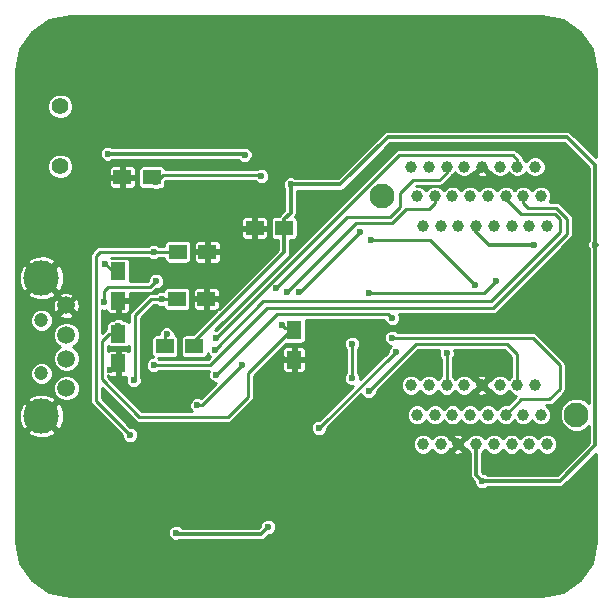
<source format=gbl>
G04 #@! TF.FileFunction,Copper,L2,Bot,Signal*
%FSLAX46Y46*%
G04 Gerber Fmt 4.6, Leading zero omitted, Abs format (unit mm)*
G04 Created by KiCad (PCBNEW (2015-11-24 BZR 6329)-product) date Sat 24 Sep 2016 10:27:19 AM EDT*
%MOMM*%
G01*
G04 APERTURE LIST*
%ADD10C,0.100000*%
%ADD11C,1.000000*%
%ADD12C,2.100000*%
%ADD13R,1.500000X1.250000*%
%ADD14R,1.250000X1.500000*%
%ADD15C,1.501140*%
%ADD16C,2.999740*%
%ADD17C,1.200000*%
%ADD18C,1.422400*%
%ADD19C,0.600000*%
%ADD20C,0.300000*%
%ADD21C,0.250000*%
%ADD22C,0.254000*%
G04 APERTURE END LIST*
D10*
D11*
X193900000Y-106700000D03*
X194400000Y-109200000D03*
X194900000Y-111700000D03*
X195400000Y-106700000D03*
X195900000Y-109200000D03*
X196400000Y-111700000D03*
X196900000Y-106700000D03*
X197400000Y-109200000D03*
X197900000Y-111700000D03*
X198400000Y-106700000D03*
X198900000Y-109200000D03*
X199400000Y-111700000D03*
X199900000Y-106700000D03*
X200400000Y-109200000D03*
X200900000Y-111700000D03*
X201400000Y-106700000D03*
X201900000Y-109200000D03*
X202400000Y-111700000D03*
X202900000Y-106700000D03*
X203400000Y-109200000D03*
X203900000Y-111700000D03*
X204400000Y-106700000D03*
X204900000Y-109200000D03*
X205400000Y-111700000D03*
X205400000Y-93200000D03*
X204900000Y-90700000D03*
X204400000Y-88200000D03*
X203900000Y-93200000D03*
X203400000Y-90700000D03*
X202900000Y-88200000D03*
X202400000Y-93200000D03*
X201900000Y-90700000D03*
X201400000Y-88200000D03*
X200900000Y-93200000D03*
X200400000Y-90700000D03*
X199900000Y-88200000D03*
X199400000Y-93200000D03*
X198900000Y-90700000D03*
X198400000Y-88200000D03*
X197900000Y-93200000D03*
X197400000Y-90700000D03*
X196900000Y-88200000D03*
X196400000Y-93200000D03*
X195900000Y-90700000D03*
X195400000Y-88200000D03*
X194900000Y-93200000D03*
X194400000Y-90700000D03*
X193900000Y-88200000D03*
D12*
X191400000Y-90700000D03*
X207900000Y-109200000D03*
D13*
X174150000Y-95400000D03*
X176650000Y-95400000D03*
X174050000Y-99400000D03*
X176550000Y-99400000D03*
X183150000Y-93400000D03*
X180650000Y-93400000D03*
D14*
X169100000Y-102350000D03*
X169100000Y-104850000D03*
X184000000Y-102050000D03*
X184000000Y-104550000D03*
D13*
X171950000Y-89100000D03*
X169450000Y-89100000D03*
D15*
X164700000Y-99950000D03*
X164700000Y-102450000D03*
X164700000Y-104460000D03*
X164700000Y-106950000D03*
D16*
X162600000Y-97600000D03*
X162600000Y-109300000D03*
D17*
X162600000Y-101200000D03*
X162600000Y-105700000D03*
D13*
X175550000Y-103400000D03*
X173050000Y-103400000D03*
D14*
X169100000Y-99550000D03*
X169100000Y-97050000D03*
D18*
X164200000Y-83100000D03*
X164200000Y-88180000D03*
D19*
X168200000Y-87100000D03*
X179800000Y-87200000D03*
X204300000Y-94800000D03*
X209500000Y-94800000D03*
X199900000Y-114800000D03*
X183700000Y-89700000D03*
X174000000Y-119200000D03*
X181800000Y-118700000D03*
X171300000Y-107900000D03*
X183000000Y-104400000D03*
X168400000Y-105400000D03*
X169100000Y-101700000D03*
X183000000Y-101600000D03*
X181200000Y-89000000D03*
X172300000Y-89500000D03*
X170100000Y-110900000D03*
X172100000Y-95400000D03*
X170400000Y-106300000D03*
X172800000Y-99400000D03*
X172300000Y-97900000D03*
X167900000Y-99700000D03*
X173200000Y-102400000D03*
X168000000Y-96400000D03*
X172100000Y-105000000D03*
X177400000Y-102700000D03*
X192600000Y-103900000D03*
X186100000Y-110300000D03*
X177300000Y-103700000D03*
X175800000Y-108400000D03*
X179600000Y-105000000D03*
X184400000Y-98800000D03*
X189600000Y-93700000D03*
X182500000Y-98500000D03*
X192300000Y-101000000D03*
X177400000Y-105800000D03*
X183400000Y-98800000D03*
X190300000Y-107200000D03*
X192300000Y-102700000D03*
X188900000Y-103200000D03*
X188900000Y-106100000D03*
X190300000Y-98900000D03*
X201100000Y-97900000D03*
X190500000Y-94400000D03*
X199300000Y-98200000D03*
X196900000Y-104000000D03*
D20*
X179700000Y-87100000D02*
X168200000Y-87100000D01*
X179800000Y-87200000D02*
X179700000Y-87100000D01*
X199400000Y-93200000D02*
X199400000Y-93700000D01*
X199400000Y-93700000D02*
X200500000Y-94800000D01*
X200500000Y-94800000D02*
X204300000Y-94800000D01*
X209500000Y-94800000D02*
X209600000Y-94800000D01*
X209600000Y-94800000D02*
X209500000Y-94800000D01*
X183700000Y-89700000D02*
X187900000Y-89700000D01*
X206500000Y-114800000D02*
X199900000Y-114800000D01*
X209500000Y-111800000D02*
X206500000Y-114800000D01*
X209500000Y-88100000D02*
X209500000Y-94800000D01*
X209500000Y-94800000D02*
X209500000Y-111800000D01*
X207100000Y-85700000D02*
X209500000Y-88100000D01*
X191900000Y-85700000D02*
X207100000Y-85700000D01*
X187900000Y-89700000D02*
X191900000Y-85700000D01*
X175550000Y-103400000D02*
X175550000Y-103050000D01*
X175550000Y-103050000D02*
X183150000Y-95450000D01*
X183150000Y-95450000D02*
X183150000Y-93400000D01*
X199400000Y-114300000D02*
X199400000Y-111700000D01*
X199900000Y-114800000D02*
X199400000Y-114300000D01*
X183700000Y-89700000D02*
X183700000Y-92100000D01*
X183700000Y-92100000D02*
X183150000Y-92650000D01*
X183150000Y-92650000D02*
X183150000Y-93400000D01*
X174000000Y-119200000D02*
X174100000Y-119300000D01*
X174100000Y-119300000D02*
X181200000Y-119300000D01*
X181200000Y-119300000D02*
X181800000Y-118700000D01*
D21*
X184000000Y-104550000D02*
X183150000Y-104550000D01*
X183150000Y-104550000D02*
X183000000Y-104400000D01*
X168400000Y-105400000D02*
X168950000Y-104850000D01*
X168950000Y-104850000D02*
X169100000Y-104850000D01*
X167700000Y-106200000D02*
X167700000Y-103000000D01*
X180100000Y-105700000D02*
X180100000Y-107700000D01*
X180100000Y-107700000D02*
X178400000Y-109400000D01*
X178400000Y-109400000D02*
X170900000Y-109400000D01*
X170900000Y-109400000D02*
X167700000Y-106200000D01*
X183750000Y-102050000D02*
X180100000Y-105700000D01*
X168350000Y-102350000D02*
X169100000Y-102350000D01*
X167700000Y-103000000D02*
X168350000Y-102350000D01*
X184000000Y-102050000D02*
X183750000Y-102050000D01*
X169100000Y-101700000D02*
X168850000Y-102350000D01*
X168850000Y-102350000D02*
X169100000Y-102350000D01*
X183000000Y-101600000D02*
X183250000Y-101850000D01*
X183250000Y-101850000D02*
X184000000Y-102050000D01*
X181200000Y-89000000D02*
X181100000Y-88900000D01*
X181100000Y-88900000D02*
X172900000Y-88900000D01*
X172900000Y-88900000D02*
X172300000Y-89500000D01*
X167600000Y-95400000D02*
X172100000Y-95400000D01*
X167200000Y-95800000D02*
X167600000Y-95400000D01*
X167200000Y-108000000D02*
X167200000Y-95800000D01*
X170100000Y-110900000D02*
X167200000Y-108000000D01*
X174150000Y-95400000D02*
X172100000Y-95400000D01*
X171900000Y-99400000D02*
X172800000Y-99400000D01*
X170500000Y-100800000D02*
X171900000Y-99400000D01*
X170500000Y-106200000D02*
X170500000Y-100800000D01*
X170400000Y-106300000D02*
X170500000Y-106200000D01*
X174050000Y-99400000D02*
X172800000Y-99400000D01*
X171800000Y-98400000D02*
X172300000Y-97900000D01*
X168200000Y-98400000D02*
X171800000Y-98400000D01*
X167900000Y-98700000D02*
X168200000Y-98400000D01*
X167900000Y-99700000D02*
X167900000Y-98700000D01*
X173050000Y-102550000D02*
X173050000Y-103400000D01*
X173200000Y-102400000D02*
X173050000Y-102550000D01*
X168000000Y-96400000D02*
X168650000Y-97050000D01*
X168650000Y-97050000D02*
X169100000Y-97050000D01*
X203400000Y-90700000D02*
X203400000Y-91300000D01*
X176900000Y-105000000D02*
X172100000Y-105000000D01*
X181700000Y-100200000D02*
X176900000Y-105000000D01*
X200800000Y-100200000D02*
X181700000Y-100200000D01*
X207100000Y-93900000D02*
X200800000Y-100200000D01*
X207100000Y-92600000D02*
X207100000Y-93900000D01*
X206200000Y-91700000D02*
X207100000Y-92600000D01*
X203800000Y-91700000D02*
X206200000Y-91700000D01*
X203400000Y-91300000D02*
X203800000Y-91700000D01*
X202900000Y-88200000D02*
X202900000Y-87600000D01*
X192900000Y-87200000D02*
X189400000Y-90700000D01*
X202500000Y-87200000D02*
X192900000Y-87200000D01*
X202900000Y-87600000D02*
X202500000Y-87200000D01*
X177400000Y-102700000D02*
X189400000Y-90700000D01*
X189400000Y-90700000D02*
X189500000Y-90600000D01*
X186100000Y-110300000D02*
X192600000Y-103900000D01*
X201900000Y-90700000D02*
X201900000Y-90900000D01*
X201900000Y-90900000D02*
X203200000Y-92200000D01*
X203200000Y-92200000D02*
X206049998Y-92200000D01*
X206049998Y-92200000D02*
X206500000Y-92650002D01*
X206500000Y-92650002D02*
X206500000Y-93749998D01*
X206500000Y-93749998D02*
X200649998Y-99600000D01*
X200649998Y-99600000D02*
X181400000Y-99600000D01*
X181400000Y-99600000D02*
X177300000Y-103700000D01*
X176200000Y-108400000D02*
X175800000Y-108400000D01*
X179600000Y-105000000D02*
X176200000Y-108400000D01*
X184500000Y-98800000D02*
X184400000Y-98800000D01*
X189600000Y-93700000D02*
X184500000Y-98800000D01*
X196900000Y-88200000D02*
X196900000Y-88700000D01*
X196900000Y-88700000D02*
X196300000Y-89300000D01*
X196300000Y-89300000D02*
X194100000Y-89300000D01*
X194100000Y-89300000D02*
X193000000Y-90400000D01*
X193000000Y-90400000D02*
X193000000Y-91600000D01*
X193000000Y-91600000D02*
X192100000Y-92500000D01*
X192100000Y-92500000D02*
X188500000Y-92500000D01*
X188500000Y-92500000D02*
X182500000Y-98500000D01*
X191950002Y-100650002D02*
X192300000Y-101000000D01*
X182549998Y-100650002D02*
X191950002Y-100650002D01*
X177400000Y-105800000D02*
X182549998Y-100650002D01*
X195900000Y-90700000D02*
X195900000Y-91300000D01*
X189200000Y-93000000D02*
X183400000Y-98800000D01*
X192300000Y-93000000D02*
X189200000Y-93000000D01*
X193500000Y-91800000D02*
X192300000Y-93000000D01*
X195400000Y-91800000D02*
X193500000Y-91800000D01*
X195900000Y-91300000D02*
X195400000Y-91800000D01*
X195900000Y-90700000D02*
X195900000Y-90900000D01*
X202900000Y-106700000D02*
X202900000Y-104100000D01*
X193100000Y-104400000D02*
X190300000Y-107200000D01*
X194300000Y-103200000D02*
X193100000Y-104400000D01*
X202000000Y-103200000D02*
X194300000Y-103200000D01*
X202900000Y-104100000D02*
X202000000Y-103200000D01*
X203200000Y-107900000D02*
X201900000Y-109200000D01*
X205600000Y-107900000D02*
X203200000Y-107900000D01*
X206500000Y-107000000D02*
X205600000Y-107900000D01*
X206500000Y-105000000D02*
X206500000Y-107000000D01*
X204200000Y-102700000D02*
X206500000Y-105000000D01*
X194500000Y-102700000D02*
X204200000Y-102700000D01*
X192300000Y-102700000D02*
X194500000Y-102700000D01*
X188900000Y-106100000D02*
X188900000Y-103200000D01*
X200100000Y-98900000D02*
X190300000Y-98900000D01*
X201100000Y-97900000D02*
X200100000Y-98900000D01*
X196900000Y-106700000D02*
X196900000Y-104000000D01*
X195500000Y-94400000D02*
X190500000Y-94400000D01*
X199300000Y-98200000D02*
X195500000Y-94400000D01*
D22*
G36*
X206735495Y-75810145D02*
X208206776Y-76793224D01*
X209189855Y-78264505D01*
X209544000Y-80044911D01*
X209544000Y-87393053D01*
X207475474Y-85324526D01*
X207303205Y-85209420D01*
X207100000Y-85169000D01*
X191900000Y-85169000D01*
X191696795Y-85209420D01*
X191524526Y-85324526D01*
X187680052Y-89169000D01*
X184132166Y-89169000D01*
X184086259Y-89123013D01*
X183836054Y-89019118D01*
X183565135Y-89018882D01*
X183314748Y-89122339D01*
X183123013Y-89313741D01*
X183019118Y-89563946D01*
X183018882Y-89834865D01*
X183122339Y-90085252D01*
X183169000Y-90131994D01*
X183169000Y-91880053D01*
X182774526Y-92274526D01*
X182699684Y-92386536D01*
X182400000Y-92386536D01*
X182258810Y-92413103D01*
X182129135Y-92496546D01*
X182042141Y-92623866D01*
X182011536Y-92775000D01*
X182011536Y-94025000D01*
X182038103Y-94166190D01*
X182121546Y-94295865D01*
X182248866Y-94382859D01*
X182400000Y-94413464D01*
X182619000Y-94413464D01*
X182619000Y-95230052D01*
X177633435Y-100215617D01*
X177681000Y-100100785D01*
X177681000Y-99622250D01*
X177585750Y-99527000D01*
X176677000Y-99527000D01*
X176677000Y-100310750D01*
X176772250Y-100406000D01*
X177375786Y-100406000D01*
X177490616Y-100358436D01*
X175462516Y-102386536D01*
X174800000Y-102386536D01*
X174658810Y-102413103D01*
X174529135Y-102496546D01*
X174442141Y-102623866D01*
X174411536Y-102775000D01*
X174411536Y-104025000D01*
X174438103Y-104166190D01*
X174521546Y-104295865D01*
X174648866Y-104382859D01*
X174800000Y-104413464D01*
X176300000Y-104413464D01*
X176441190Y-104386897D01*
X176570865Y-104303454D01*
X176657859Y-104176134D01*
X176688464Y-104025000D01*
X176688464Y-104003268D01*
X176722339Y-104085252D01*
X176910584Y-104273824D01*
X176690408Y-104494000D01*
X172557123Y-104494000D01*
X172486259Y-104423013D01*
X172463263Y-104413464D01*
X173800000Y-104413464D01*
X173941190Y-104386897D01*
X174070865Y-104303454D01*
X174157859Y-104176134D01*
X174188464Y-104025000D01*
X174188464Y-102775000D01*
X174161897Y-102633810D01*
X174078454Y-102504135D01*
X173951134Y-102417141D01*
X173880998Y-102402938D01*
X173881118Y-102265135D01*
X173777661Y-102014748D01*
X173586259Y-101823013D01*
X173336054Y-101719118D01*
X173065135Y-101718882D01*
X172814748Y-101822339D01*
X172623013Y-102013741D01*
X172519118Y-102263946D01*
X172519011Y-102386536D01*
X172300000Y-102386536D01*
X172158810Y-102413103D01*
X172029135Y-102496546D01*
X171942141Y-102623866D01*
X171911536Y-102775000D01*
X171911536Y-104025000D01*
X171938103Y-104166190D01*
X172021546Y-104295865D01*
X172055348Y-104318961D01*
X171965135Y-104318882D01*
X171714748Y-104422339D01*
X171523013Y-104613741D01*
X171419118Y-104863946D01*
X171418882Y-105134865D01*
X171522339Y-105385252D01*
X171713741Y-105576987D01*
X171963946Y-105680882D01*
X172234865Y-105681118D01*
X172485252Y-105577661D01*
X172557038Y-105506000D01*
X176784703Y-105506000D01*
X176719118Y-105663946D01*
X176718882Y-105934865D01*
X176822339Y-106185252D01*
X177013741Y-106376987D01*
X177263946Y-106480882D01*
X177403405Y-106481003D01*
X176098031Y-107786377D01*
X175936054Y-107719118D01*
X175665135Y-107718882D01*
X175414748Y-107822339D01*
X175223013Y-108013741D01*
X175119118Y-108263946D01*
X175118882Y-108534865D01*
X175222339Y-108785252D01*
X175330898Y-108894000D01*
X171109592Y-108894000D01*
X168206000Y-105990408D01*
X168206000Y-105869815D01*
X168259181Y-105922996D01*
X168399215Y-105981000D01*
X168877750Y-105981000D01*
X168973000Y-105885750D01*
X168973000Y-104977000D01*
X168953000Y-104977000D01*
X168953000Y-104723000D01*
X168973000Y-104723000D01*
X168973000Y-103814250D01*
X168877750Y-103719000D01*
X168399215Y-103719000D01*
X168259181Y-103777004D01*
X168206000Y-103830185D01*
X168206000Y-103377325D01*
X168323866Y-103457859D01*
X168475000Y-103488464D01*
X169725000Y-103488464D01*
X169866190Y-103461897D01*
X169994000Y-103379654D01*
X169994000Y-103830185D01*
X169940819Y-103777004D01*
X169800785Y-103719000D01*
X169322250Y-103719000D01*
X169227000Y-103814250D01*
X169227000Y-104723000D01*
X169247000Y-104723000D01*
X169247000Y-104977000D01*
X169227000Y-104977000D01*
X169227000Y-105885750D01*
X169322250Y-105981000D01*
X169795084Y-105981000D01*
X169719118Y-106163946D01*
X169718882Y-106434865D01*
X169822339Y-106685252D01*
X170013741Y-106876987D01*
X170263946Y-106980882D01*
X170534865Y-106981118D01*
X170785252Y-106877661D01*
X170976987Y-106686259D01*
X171080882Y-106436054D01*
X171081118Y-106165135D01*
X171006000Y-105983334D01*
X171006000Y-101009592D01*
X172109592Y-99906000D01*
X172342877Y-99906000D01*
X172413741Y-99976987D01*
X172663946Y-100080882D01*
X172922093Y-100081107D01*
X172938103Y-100166190D01*
X173021546Y-100295865D01*
X173148866Y-100382859D01*
X173300000Y-100413464D01*
X174800000Y-100413464D01*
X174941190Y-100386897D01*
X175070865Y-100303454D01*
X175157859Y-100176134D01*
X175188464Y-100025000D01*
X175188464Y-99622250D01*
X175419000Y-99622250D01*
X175419000Y-100100785D01*
X175477004Y-100240819D01*
X175584180Y-100347996D01*
X175724214Y-100406000D01*
X176327750Y-100406000D01*
X176423000Y-100310750D01*
X176423000Y-99527000D01*
X175514250Y-99527000D01*
X175419000Y-99622250D01*
X175188464Y-99622250D01*
X175188464Y-98775000D01*
X175174204Y-98699215D01*
X175419000Y-98699215D01*
X175419000Y-99177750D01*
X175514250Y-99273000D01*
X176423000Y-99273000D01*
X176423000Y-98489250D01*
X176677000Y-98489250D01*
X176677000Y-99273000D01*
X177585750Y-99273000D01*
X177681000Y-99177750D01*
X177681000Y-98699215D01*
X177622996Y-98559181D01*
X177515820Y-98452004D01*
X177375786Y-98394000D01*
X176772250Y-98394000D01*
X176677000Y-98489250D01*
X176423000Y-98489250D01*
X176327750Y-98394000D01*
X175724214Y-98394000D01*
X175584180Y-98452004D01*
X175477004Y-98559181D01*
X175419000Y-98699215D01*
X175174204Y-98699215D01*
X175161897Y-98633810D01*
X175078454Y-98504135D01*
X174951134Y-98417141D01*
X174800000Y-98386536D01*
X173300000Y-98386536D01*
X173158810Y-98413103D01*
X173029135Y-98496546D01*
X172942141Y-98623866D01*
X172922855Y-98719107D01*
X172665135Y-98718882D01*
X172414748Y-98822339D01*
X172342962Y-98894000D01*
X171900000Y-98894000D01*
X171706362Y-98932517D01*
X171542204Y-99042204D01*
X170142204Y-100442204D01*
X170032517Y-100606362D01*
X169994000Y-100800000D01*
X169994000Y-101322675D01*
X169876134Y-101242141D01*
X169725000Y-101211536D01*
X169574628Y-101211536D01*
X169486259Y-101123013D01*
X169236054Y-101019118D01*
X168965135Y-101018882D01*
X168714748Y-101122339D01*
X168625396Y-101211536D01*
X168475000Y-101211536D01*
X168333810Y-101238103D01*
X168204135Y-101321546D01*
X168117141Y-101448866D01*
X168086536Y-101600000D01*
X168086536Y-101929173D01*
X167992204Y-101992204D01*
X167706000Y-102278408D01*
X167706000Y-100356821D01*
X167763946Y-100380882D01*
X168034865Y-100381118D01*
X168094000Y-100356684D01*
X168094000Y-100375786D01*
X168152004Y-100515820D01*
X168259181Y-100622996D01*
X168399215Y-100681000D01*
X168877750Y-100681000D01*
X168973000Y-100585750D01*
X168973000Y-99677000D01*
X169227000Y-99677000D01*
X169227000Y-100585750D01*
X169322250Y-100681000D01*
X169800785Y-100681000D01*
X169940819Y-100622996D01*
X170047996Y-100515820D01*
X170106000Y-100375786D01*
X170106000Y-99772250D01*
X170010750Y-99677000D01*
X169227000Y-99677000D01*
X168973000Y-99677000D01*
X168953000Y-99677000D01*
X168953000Y-99423000D01*
X168973000Y-99423000D01*
X168973000Y-99403000D01*
X169227000Y-99403000D01*
X169227000Y-99423000D01*
X170010750Y-99423000D01*
X170106000Y-99327750D01*
X170106000Y-98906000D01*
X171800000Y-98906000D01*
X171993638Y-98867483D01*
X172157796Y-98757796D01*
X172334561Y-98581031D01*
X172434865Y-98581118D01*
X172685252Y-98477661D01*
X172876987Y-98286259D01*
X172980882Y-98036054D01*
X172981118Y-97765135D01*
X172877661Y-97514748D01*
X172686259Y-97323013D01*
X172436054Y-97219118D01*
X172165135Y-97218882D01*
X171914748Y-97322339D01*
X171723013Y-97513741D01*
X171619118Y-97763946D01*
X171619030Y-97865378D01*
X171590408Y-97894000D01*
X170094429Y-97894000D01*
X170113464Y-97800000D01*
X170113464Y-96300000D01*
X170086897Y-96158810D01*
X170003454Y-96029135D01*
X169876134Y-95942141D01*
X169725000Y-95911536D01*
X168475000Y-95911536D01*
X168474687Y-95911595D01*
X168469102Y-95906000D01*
X171642877Y-95906000D01*
X171713741Y-95976987D01*
X171963946Y-96080882D01*
X172234865Y-96081118D01*
X172485252Y-95977661D01*
X172557038Y-95906000D01*
X173011536Y-95906000D01*
X173011536Y-96025000D01*
X173038103Y-96166190D01*
X173121546Y-96295865D01*
X173248866Y-96382859D01*
X173400000Y-96413464D01*
X174900000Y-96413464D01*
X175041190Y-96386897D01*
X175170865Y-96303454D01*
X175257859Y-96176134D01*
X175288464Y-96025000D01*
X175288464Y-95622250D01*
X175519000Y-95622250D01*
X175519000Y-96100785D01*
X175577004Y-96240819D01*
X175684180Y-96347996D01*
X175824214Y-96406000D01*
X176427750Y-96406000D01*
X176523000Y-96310750D01*
X176523000Y-95527000D01*
X176777000Y-95527000D01*
X176777000Y-96310750D01*
X176872250Y-96406000D01*
X177475786Y-96406000D01*
X177615820Y-96347996D01*
X177722996Y-96240819D01*
X177781000Y-96100785D01*
X177781000Y-95622250D01*
X177685750Y-95527000D01*
X176777000Y-95527000D01*
X176523000Y-95527000D01*
X175614250Y-95527000D01*
X175519000Y-95622250D01*
X175288464Y-95622250D01*
X175288464Y-94775000D01*
X175274204Y-94699215D01*
X175519000Y-94699215D01*
X175519000Y-95177750D01*
X175614250Y-95273000D01*
X176523000Y-95273000D01*
X176523000Y-94489250D01*
X176777000Y-94489250D01*
X176777000Y-95273000D01*
X177685750Y-95273000D01*
X177781000Y-95177750D01*
X177781000Y-94699215D01*
X177722996Y-94559181D01*
X177615820Y-94452004D01*
X177475786Y-94394000D01*
X176872250Y-94394000D01*
X176777000Y-94489250D01*
X176523000Y-94489250D01*
X176427750Y-94394000D01*
X175824214Y-94394000D01*
X175684180Y-94452004D01*
X175577004Y-94559181D01*
X175519000Y-94699215D01*
X175274204Y-94699215D01*
X175261897Y-94633810D01*
X175178454Y-94504135D01*
X175051134Y-94417141D01*
X174900000Y-94386536D01*
X173400000Y-94386536D01*
X173258810Y-94413103D01*
X173129135Y-94496546D01*
X173042141Y-94623866D01*
X173011536Y-94775000D01*
X173011536Y-94894000D01*
X172557123Y-94894000D01*
X172486259Y-94823013D01*
X172236054Y-94719118D01*
X171965135Y-94718882D01*
X171714748Y-94822339D01*
X171642962Y-94894000D01*
X167600000Y-94894000D01*
X167406362Y-94932517D01*
X167242204Y-95042204D01*
X166842204Y-95442204D01*
X166732517Y-95606362D01*
X166694000Y-95800000D01*
X166694000Y-108000000D01*
X166732517Y-108193638D01*
X166842204Y-108357796D01*
X169418969Y-110934561D01*
X169418882Y-111034865D01*
X169522339Y-111285252D01*
X169713741Y-111476987D01*
X169963946Y-111580882D01*
X170234865Y-111581118D01*
X170485252Y-111477661D01*
X170676987Y-111286259D01*
X170780882Y-111036054D01*
X170781118Y-110765135D01*
X170677661Y-110514748D01*
X170597917Y-110434865D01*
X185418882Y-110434865D01*
X185522339Y-110685252D01*
X185713741Y-110876987D01*
X185963946Y-110980882D01*
X186234865Y-110981118D01*
X186485252Y-110877661D01*
X186676987Y-110686259D01*
X186780882Y-110436054D01*
X186780966Y-110339620D01*
X189680706Y-107484491D01*
X189722339Y-107585252D01*
X189913741Y-107776987D01*
X190163946Y-107880882D01*
X190434865Y-107881118D01*
X190685252Y-107777661D01*
X190876987Y-107586259D01*
X190980882Y-107336054D01*
X190980970Y-107234622D01*
X194509592Y-103706000D01*
X196284703Y-103706000D01*
X196219118Y-103863946D01*
X196218882Y-104134865D01*
X196322339Y-104385252D01*
X196394000Y-104457038D01*
X196394000Y-105960281D01*
X196153560Y-106200302D01*
X196150158Y-106208495D01*
X196147311Y-106201605D01*
X195899698Y-105953560D01*
X195576011Y-105819153D01*
X195225527Y-105818847D01*
X194901605Y-105952689D01*
X194653560Y-106200302D01*
X194650158Y-106208495D01*
X194647311Y-106201605D01*
X194399698Y-105953560D01*
X194076011Y-105819153D01*
X193725527Y-105818847D01*
X193401605Y-105952689D01*
X193153560Y-106200302D01*
X193019153Y-106523989D01*
X193018847Y-106874473D01*
X193152689Y-107198395D01*
X193400302Y-107446440D01*
X193723989Y-107580847D01*
X194074473Y-107581153D01*
X194398395Y-107447311D01*
X194646440Y-107199698D01*
X194649842Y-107191505D01*
X194652689Y-107198395D01*
X194900302Y-107446440D01*
X195223989Y-107580847D01*
X195574473Y-107581153D01*
X195898395Y-107447311D01*
X196146440Y-107199698D01*
X196149842Y-107191505D01*
X196152689Y-107198395D01*
X196400302Y-107446440D01*
X196723989Y-107580847D01*
X197074473Y-107581153D01*
X197398395Y-107447311D01*
X197646440Y-107199698D01*
X197649842Y-107191505D01*
X197652689Y-107198395D01*
X197900302Y-107446440D01*
X198223989Y-107580847D01*
X198574473Y-107581153D01*
X198898395Y-107447311D01*
X198995404Y-107350470D01*
X199429135Y-107350470D01*
X199480065Y-107494057D01*
X199815903Y-107594315D01*
X200164544Y-107558422D01*
X200319935Y-107494057D01*
X200370865Y-107350470D01*
X199900000Y-106879605D01*
X199429135Y-107350470D01*
X198995404Y-107350470D01*
X199146440Y-107199698D01*
X199170110Y-107142695D01*
X199249530Y-107170865D01*
X199720395Y-106700000D01*
X199249530Y-106229135D01*
X199170298Y-106257238D01*
X199147311Y-106201605D01*
X198995501Y-106049530D01*
X199429135Y-106049530D01*
X199900000Y-106520395D01*
X200370865Y-106049530D01*
X200319935Y-105905943D01*
X199984097Y-105805685D01*
X199635456Y-105841578D01*
X199480065Y-105905943D01*
X199429135Y-106049530D01*
X198995501Y-106049530D01*
X198899698Y-105953560D01*
X198576011Y-105819153D01*
X198225527Y-105818847D01*
X197901605Y-105952689D01*
X197653560Y-106200302D01*
X197650158Y-106208495D01*
X197647311Y-106201605D01*
X197406000Y-105959873D01*
X197406000Y-104457123D01*
X197476987Y-104386259D01*
X197580882Y-104136054D01*
X197581118Y-103865135D01*
X197515365Y-103706000D01*
X201790408Y-103706000D01*
X202394000Y-104309592D01*
X202394000Y-105960281D01*
X202153560Y-106200302D01*
X202150158Y-106208495D01*
X202147311Y-106201605D01*
X201899698Y-105953560D01*
X201576011Y-105819153D01*
X201225527Y-105818847D01*
X200901605Y-105952689D01*
X200653560Y-106200302D01*
X200629890Y-106257305D01*
X200550470Y-106229135D01*
X200079605Y-106700000D01*
X200550470Y-107170865D01*
X200629702Y-107142762D01*
X200652689Y-107198395D01*
X200900302Y-107446440D01*
X201223989Y-107580847D01*
X201574473Y-107581153D01*
X201898395Y-107447311D01*
X202146440Y-107199698D01*
X202149842Y-107191505D01*
X202152689Y-107198395D01*
X202400302Y-107446440D01*
X202723989Y-107580847D01*
X202803492Y-107580916D01*
X202065264Y-108319144D01*
X201725527Y-108318847D01*
X201401605Y-108452689D01*
X201153560Y-108700302D01*
X201150158Y-108708495D01*
X201147311Y-108701605D01*
X200899698Y-108453560D01*
X200576011Y-108319153D01*
X200225527Y-108318847D01*
X199901605Y-108452689D01*
X199653560Y-108700302D01*
X199650158Y-108708495D01*
X199647311Y-108701605D01*
X199399698Y-108453560D01*
X199076011Y-108319153D01*
X198725527Y-108318847D01*
X198401605Y-108452689D01*
X198153560Y-108700302D01*
X198150158Y-108708495D01*
X198147311Y-108701605D01*
X197899698Y-108453560D01*
X197576011Y-108319153D01*
X197225527Y-108318847D01*
X196901605Y-108452689D01*
X196653560Y-108700302D01*
X196650158Y-108708495D01*
X196647311Y-108701605D01*
X196399698Y-108453560D01*
X196076011Y-108319153D01*
X195725527Y-108318847D01*
X195401605Y-108452689D01*
X195153560Y-108700302D01*
X195150158Y-108708495D01*
X195147311Y-108701605D01*
X194899698Y-108453560D01*
X194576011Y-108319153D01*
X194225527Y-108318847D01*
X193901605Y-108452689D01*
X193653560Y-108700302D01*
X193519153Y-109023989D01*
X193518847Y-109374473D01*
X193652689Y-109698395D01*
X193900302Y-109946440D01*
X194223989Y-110080847D01*
X194574473Y-110081153D01*
X194898395Y-109947311D01*
X195146440Y-109699698D01*
X195149842Y-109691505D01*
X195152689Y-109698395D01*
X195400302Y-109946440D01*
X195723989Y-110080847D01*
X196074473Y-110081153D01*
X196398395Y-109947311D01*
X196646440Y-109699698D01*
X196649842Y-109691505D01*
X196652689Y-109698395D01*
X196900302Y-109946440D01*
X197223989Y-110080847D01*
X197574473Y-110081153D01*
X197898395Y-109947311D01*
X198146440Y-109699698D01*
X198149842Y-109691505D01*
X198152689Y-109698395D01*
X198400302Y-109946440D01*
X198723989Y-110080847D01*
X199074473Y-110081153D01*
X199398395Y-109947311D01*
X199646440Y-109699698D01*
X199649842Y-109691505D01*
X199652689Y-109698395D01*
X199900302Y-109946440D01*
X200223989Y-110080847D01*
X200574473Y-110081153D01*
X200898395Y-109947311D01*
X201146440Y-109699698D01*
X201149842Y-109691505D01*
X201152689Y-109698395D01*
X201400302Y-109946440D01*
X201723989Y-110080847D01*
X202074473Y-110081153D01*
X202398395Y-109947311D01*
X202646440Y-109699698D01*
X202649842Y-109691505D01*
X202652689Y-109698395D01*
X202900302Y-109946440D01*
X203223989Y-110080847D01*
X203574473Y-110081153D01*
X203898395Y-109947311D01*
X204146440Y-109699698D01*
X204149842Y-109691505D01*
X204152689Y-109698395D01*
X204400302Y-109946440D01*
X204723989Y-110080847D01*
X205074473Y-110081153D01*
X205398395Y-109947311D01*
X205646440Y-109699698D01*
X205780847Y-109376011D01*
X205781153Y-109025527D01*
X205647311Y-108701605D01*
X205399698Y-108453560D01*
X205285161Y-108406000D01*
X205600000Y-108406000D01*
X205793638Y-108367483D01*
X205957796Y-108257796D01*
X206857796Y-107357796D01*
X206967483Y-107193638D01*
X207006000Y-107000000D01*
X207006000Y-105000000D01*
X206967483Y-104806362D01*
X206857796Y-104642204D01*
X204557796Y-102342204D01*
X204393638Y-102232517D01*
X204200000Y-102194000D01*
X192757123Y-102194000D01*
X192686259Y-102123013D01*
X192436054Y-102019118D01*
X192165135Y-102018882D01*
X191914748Y-102122339D01*
X191723013Y-102313741D01*
X191619118Y-102563946D01*
X191618882Y-102834865D01*
X191722339Y-103085252D01*
X191913741Y-103276987D01*
X192158407Y-103378582D01*
X192023013Y-103513741D01*
X191919118Y-103763946D01*
X191919034Y-103860381D01*
X189580946Y-106162498D01*
X189581118Y-105965135D01*
X189477661Y-105714748D01*
X189406000Y-105642962D01*
X189406000Y-103657123D01*
X189476987Y-103586259D01*
X189580882Y-103336054D01*
X189581118Y-103065135D01*
X189477661Y-102814748D01*
X189286259Y-102623013D01*
X189036054Y-102519118D01*
X188765135Y-102518882D01*
X188514748Y-102622339D01*
X188323013Y-102813741D01*
X188219118Y-103063946D01*
X188218882Y-103334865D01*
X188322339Y-103585252D01*
X188394000Y-103657038D01*
X188394000Y-105642877D01*
X188323013Y-105713741D01*
X188219118Y-105963946D01*
X188218882Y-106234865D01*
X188322339Y-106485252D01*
X188513741Y-106676987D01*
X188763946Y-106780882D01*
X188952733Y-106781046D01*
X186070463Y-109618974D01*
X185965135Y-109618882D01*
X185714748Y-109722339D01*
X185523013Y-109913741D01*
X185419118Y-110163946D01*
X185418882Y-110434865D01*
X170597917Y-110434865D01*
X170486259Y-110323013D01*
X170236054Y-110219118D01*
X170134622Y-110219030D01*
X167706000Y-107790408D01*
X167706000Y-106921592D01*
X170542204Y-109757796D01*
X170706362Y-109867483D01*
X170900000Y-109906000D01*
X178400000Y-109906000D01*
X178593638Y-109867483D01*
X178757796Y-109757796D01*
X180457796Y-108057796D01*
X180567483Y-107893638D01*
X180606000Y-107700000D01*
X180606000Y-105909592D01*
X181743342Y-104772250D01*
X182994000Y-104772250D01*
X182994000Y-105375786D01*
X183052004Y-105515820D01*
X183159181Y-105622996D01*
X183299215Y-105681000D01*
X183777750Y-105681000D01*
X183873000Y-105585750D01*
X183873000Y-104677000D01*
X184127000Y-104677000D01*
X184127000Y-105585750D01*
X184222250Y-105681000D01*
X184700785Y-105681000D01*
X184840819Y-105622996D01*
X184947996Y-105515820D01*
X185006000Y-105375786D01*
X185006000Y-104772250D01*
X184910750Y-104677000D01*
X184127000Y-104677000D01*
X183873000Y-104677000D01*
X183089250Y-104677000D01*
X182994000Y-104772250D01*
X181743342Y-104772250D01*
X182791378Y-103724214D01*
X182994000Y-103724214D01*
X182994000Y-104327750D01*
X183089250Y-104423000D01*
X183873000Y-104423000D01*
X183873000Y-103514250D01*
X184127000Y-103514250D01*
X184127000Y-104423000D01*
X184910750Y-104423000D01*
X185006000Y-104327750D01*
X185006000Y-103724214D01*
X184947996Y-103584180D01*
X184840819Y-103477004D01*
X184700785Y-103419000D01*
X184222250Y-103419000D01*
X184127000Y-103514250D01*
X183873000Y-103514250D01*
X183777750Y-103419000D01*
X183299215Y-103419000D01*
X183159181Y-103477004D01*
X183052004Y-103584180D01*
X182994000Y-103724214D01*
X182791378Y-103724214D01*
X183335190Y-103180402D01*
X183375000Y-103188464D01*
X184625000Y-103188464D01*
X184766190Y-103161897D01*
X184895865Y-103078454D01*
X184982859Y-102951134D01*
X185013464Y-102800000D01*
X185013464Y-101300000D01*
X184986897Y-101158810D01*
X184985090Y-101156002D01*
X191627616Y-101156002D01*
X191722339Y-101385252D01*
X191913741Y-101576987D01*
X192163946Y-101680882D01*
X192434865Y-101681118D01*
X192685252Y-101577661D01*
X192876987Y-101386259D01*
X192980882Y-101136054D01*
X192981118Y-100865135D01*
X192915365Y-100706000D01*
X200800000Y-100706000D01*
X200993638Y-100667483D01*
X201157796Y-100557796D01*
X207457796Y-94257796D01*
X207567483Y-94093638D01*
X207606000Y-93900000D01*
X207606000Y-92600000D01*
X207567483Y-92406362D01*
X207457796Y-92242204D01*
X206557796Y-91342204D01*
X206393638Y-91232517D01*
X206200000Y-91194000D01*
X205648806Y-91194000D01*
X205780847Y-90876011D01*
X205781153Y-90525527D01*
X205647311Y-90201605D01*
X205399698Y-89953560D01*
X205076011Y-89819153D01*
X204725527Y-89818847D01*
X204401605Y-89952689D01*
X204153560Y-90200302D01*
X204150158Y-90208495D01*
X204147311Y-90201605D01*
X203899698Y-89953560D01*
X203576011Y-89819153D01*
X203225527Y-89818847D01*
X202901605Y-89952689D01*
X202653560Y-90200302D01*
X202650158Y-90208495D01*
X202647311Y-90201605D01*
X202399698Y-89953560D01*
X202076011Y-89819153D01*
X201725527Y-89818847D01*
X201401605Y-89952689D01*
X201153560Y-90200302D01*
X201150158Y-90208495D01*
X201147311Y-90201605D01*
X200899698Y-89953560D01*
X200576011Y-89819153D01*
X200225527Y-89818847D01*
X199901605Y-89952689D01*
X199653560Y-90200302D01*
X199650158Y-90208495D01*
X199647311Y-90201605D01*
X199399698Y-89953560D01*
X199076011Y-89819153D01*
X198725527Y-89818847D01*
X198401605Y-89952689D01*
X198153560Y-90200302D01*
X198150158Y-90208495D01*
X198147311Y-90201605D01*
X197899698Y-89953560D01*
X197576011Y-89819153D01*
X197225527Y-89818847D01*
X196901605Y-89952689D01*
X196653560Y-90200302D01*
X196650158Y-90208495D01*
X196647311Y-90201605D01*
X196399698Y-89953560D01*
X196076011Y-89819153D01*
X195725527Y-89818847D01*
X195401605Y-89952689D01*
X195153560Y-90200302D01*
X195150158Y-90208495D01*
X195147311Y-90201605D01*
X194899698Y-89953560D01*
X194576011Y-89819153D01*
X194296683Y-89818909D01*
X194309592Y-89806000D01*
X196300000Y-89806000D01*
X196493638Y-89767483D01*
X196657796Y-89657796D01*
X197257796Y-89057796D01*
X197306153Y-88985425D01*
X197398395Y-88947311D01*
X197646440Y-88699698D01*
X197649842Y-88691505D01*
X197652689Y-88698395D01*
X197900302Y-88946440D01*
X198223989Y-89080847D01*
X198574473Y-89081153D01*
X198898395Y-88947311D01*
X198995404Y-88850470D01*
X199429135Y-88850470D01*
X199480065Y-88994057D01*
X199815903Y-89094315D01*
X200164544Y-89058422D01*
X200319935Y-88994057D01*
X200370865Y-88850470D01*
X199900000Y-88379605D01*
X199429135Y-88850470D01*
X198995404Y-88850470D01*
X199146440Y-88699698D01*
X199170110Y-88642695D01*
X199249530Y-88670865D01*
X199720395Y-88200000D01*
X199706253Y-88185858D01*
X199885858Y-88006253D01*
X199900000Y-88020395D01*
X199914143Y-88006253D01*
X200093748Y-88185858D01*
X200079605Y-88200000D01*
X200550470Y-88670865D01*
X200629702Y-88642762D01*
X200652689Y-88698395D01*
X200900302Y-88946440D01*
X201223989Y-89080847D01*
X201574473Y-89081153D01*
X201898395Y-88947311D01*
X202146440Y-88699698D01*
X202149842Y-88691505D01*
X202152689Y-88698395D01*
X202400302Y-88946440D01*
X202723989Y-89080847D01*
X203074473Y-89081153D01*
X203398395Y-88947311D01*
X203646440Y-88699698D01*
X203649842Y-88691505D01*
X203652689Y-88698395D01*
X203900302Y-88946440D01*
X204223989Y-89080847D01*
X204574473Y-89081153D01*
X204898395Y-88947311D01*
X205146440Y-88699698D01*
X205280847Y-88376011D01*
X205281153Y-88025527D01*
X205147311Y-87701605D01*
X204899698Y-87453560D01*
X204576011Y-87319153D01*
X204225527Y-87318847D01*
X203901605Y-87452689D01*
X203653560Y-87700302D01*
X203650158Y-87708495D01*
X203647311Y-87701605D01*
X203399698Y-87453560D01*
X203374816Y-87443228D01*
X203367483Y-87406362D01*
X203257796Y-87242204D01*
X202857796Y-86842204D01*
X202693638Y-86732517D01*
X202500000Y-86694000D01*
X192900000Y-86694000D01*
X192706362Y-86732517D01*
X192542204Y-86842204D01*
X177365439Y-102018969D01*
X177332008Y-102018940D01*
X183525474Y-95825474D01*
X183640580Y-95653205D01*
X183681000Y-95450000D01*
X183681000Y-94413464D01*
X183900000Y-94413464D01*
X184041190Y-94386897D01*
X184170865Y-94303454D01*
X184257859Y-94176134D01*
X184288464Y-94025000D01*
X184288464Y-92775000D01*
X184261897Y-92633810D01*
X184178454Y-92504135D01*
X184094604Y-92446843D01*
X184190580Y-92303205D01*
X184231000Y-92100000D01*
X184231000Y-90231000D01*
X187900000Y-90231000D01*
X188103205Y-90190580D01*
X188275474Y-90075474D01*
X192119948Y-86231000D01*
X206880052Y-86231000D01*
X208969000Y-88319947D01*
X208969000Y-94367834D01*
X208923013Y-94413741D01*
X208819118Y-94663946D01*
X208818882Y-94934865D01*
X208922339Y-95185252D01*
X208969000Y-95231994D01*
X208969000Y-108245360D01*
X208711655Y-107987565D01*
X208185892Y-107769249D01*
X207616605Y-107768752D01*
X207090463Y-107986150D01*
X206687565Y-108388345D01*
X206469249Y-108914108D01*
X206468752Y-109483395D01*
X206686150Y-110009537D01*
X207088345Y-110412435D01*
X207614108Y-110630751D01*
X208183395Y-110631248D01*
X208709537Y-110413850D01*
X208969000Y-110154840D01*
X208969000Y-111580053D01*
X206280052Y-114269000D01*
X200332166Y-114269000D01*
X200286259Y-114223013D01*
X200036054Y-114119118D01*
X199970008Y-114119060D01*
X199931000Y-114080052D01*
X199931000Y-112414763D01*
X200146440Y-112199698D01*
X200149842Y-112191505D01*
X200152689Y-112198395D01*
X200400302Y-112446440D01*
X200723989Y-112580847D01*
X201074473Y-112581153D01*
X201398395Y-112447311D01*
X201646440Y-112199698D01*
X201649842Y-112191505D01*
X201652689Y-112198395D01*
X201900302Y-112446440D01*
X202223989Y-112580847D01*
X202574473Y-112581153D01*
X202898395Y-112447311D01*
X203146440Y-112199698D01*
X203149842Y-112191505D01*
X203152689Y-112198395D01*
X203400302Y-112446440D01*
X203723989Y-112580847D01*
X204074473Y-112581153D01*
X204398395Y-112447311D01*
X204646440Y-112199698D01*
X204649842Y-112191505D01*
X204652689Y-112198395D01*
X204900302Y-112446440D01*
X205223989Y-112580847D01*
X205574473Y-112581153D01*
X205898395Y-112447311D01*
X206146440Y-112199698D01*
X206280847Y-111876011D01*
X206281153Y-111525527D01*
X206147311Y-111201605D01*
X205899698Y-110953560D01*
X205576011Y-110819153D01*
X205225527Y-110818847D01*
X204901605Y-110952689D01*
X204653560Y-111200302D01*
X204650158Y-111208495D01*
X204647311Y-111201605D01*
X204399698Y-110953560D01*
X204076011Y-110819153D01*
X203725527Y-110818847D01*
X203401605Y-110952689D01*
X203153560Y-111200302D01*
X203150158Y-111208495D01*
X203147311Y-111201605D01*
X202899698Y-110953560D01*
X202576011Y-110819153D01*
X202225527Y-110818847D01*
X201901605Y-110952689D01*
X201653560Y-111200302D01*
X201650158Y-111208495D01*
X201647311Y-111201605D01*
X201399698Y-110953560D01*
X201076011Y-110819153D01*
X200725527Y-110818847D01*
X200401605Y-110952689D01*
X200153560Y-111200302D01*
X200150158Y-111208495D01*
X200147311Y-111201605D01*
X199899698Y-110953560D01*
X199576011Y-110819153D01*
X199225527Y-110818847D01*
X198901605Y-110952689D01*
X198653560Y-111200302D01*
X198629890Y-111257305D01*
X198550470Y-111229135D01*
X198079605Y-111700000D01*
X198550470Y-112170865D01*
X198629702Y-112142762D01*
X198652689Y-112198395D01*
X198869000Y-112415083D01*
X198869000Y-114300000D01*
X198909420Y-114503205D01*
X199024526Y-114675474D01*
X199218939Y-114869887D01*
X199218882Y-114934865D01*
X199322339Y-115185252D01*
X199513741Y-115376987D01*
X199763946Y-115480882D01*
X200034865Y-115481118D01*
X200285252Y-115377661D01*
X200331994Y-115331000D01*
X206500000Y-115331000D01*
X206703205Y-115290580D01*
X206875474Y-115175474D01*
X209544000Y-112506947D01*
X209544000Y-119955089D01*
X209189855Y-121735495D01*
X208206776Y-123206776D01*
X206735495Y-124189855D01*
X204955089Y-124544000D01*
X165044911Y-124544000D01*
X163264505Y-124189855D01*
X161793224Y-123206776D01*
X160810145Y-121735495D01*
X160456000Y-119955089D01*
X160456000Y-119334865D01*
X173318882Y-119334865D01*
X173422339Y-119585252D01*
X173613741Y-119776987D01*
X173863946Y-119880882D01*
X174134865Y-119881118D01*
X174256161Y-119831000D01*
X181200000Y-119831000D01*
X181403205Y-119790580D01*
X181575474Y-119675474D01*
X181869887Y-119381061D01*
X181934865Y-119381118D01*
X182185252Y-119277661D01*
X182376987Y-119086259D01*
X182480882Y-118836054D01*
X182481118Y-118565135D01*
X182377661Y-118314748D01*
X182186259Y-118123013D01*
X181936054Y-118019118D01*
X181665135Y-118018882D01*
X181414748Y-118122339D01*
X181223013Y-118313741D01*
X181119118Y-118563946D01*
X181119060Y-118629992D01*
X180980052Y-118769000D01*
X174531992Y-118769000D01*
X174386259Y-118623013D01*
X174136054Y-118519118D01*
X173865135Y-118518882D01*
X173614748Y-118622339D01*
X173423013Y-118813741D01*
X173319118Y-119063946D01*
X173318882Y-119334865D01*
X160456000Y-119334865D01*
X160456000Y-111874473D01*
X194018847Y-111874473D01*
X194152689Y-112198395D01*
X194400302Y-112446440D01*
X194723989Y-112580847D01*
X195074473Y-112581153D01*
X195398395Y-112447311D01*
X195646440Y-112199698D01*
X195649842Y-112191505D01*
X195652689Y-112198395D01*
X195900302Y-112446440D01*
X196223989Y-112580847D01*
X196574473Y-112581153D01*
X196898395Y-112447311D01*
X196995404Y-112350470D01*
X197429135Y-112350470D01*
X197480065Y-112494057D01*
X197815903Y-112594315D01*
X198164544Y-112558422D01*
X198319935Y-112494057D01*
X198370865Y-112350470D01*
X197900000Y-111879605D01*
X197429135Y-112350470D01*
X196995404Y-112350470D01*
X197146440Y-112199698D01*
X197170110Y-112142695D01*
X197249530Y-112170865D01*
X197720395Y-111700000D01*
X197249530Y-111229135D01*
X197170298Y-111257238D01*
X197147311Y-111201605D01*
X196995501Y-111049530D01*
X197429135Y-111049530D01*
X197900000Y-111520395D01*
X198370865Y-111049530D01*
X198319935Y-110905943D01*
X197984097Y-110805685D01*
X197635456Y-110841578D01*
X197480065Y-110905943D01*
X197429135Y-111049530D01*
X196995501Y-111049530D01*
X196899698Y-110953560D01*
X196576011Y-110819153D01*
X196225527Y-110818847D01*
X195901605Y-110952689D01*
X195653560Y-111200302D01*
X195650158Y-111208495D01*
X195647311Y-111201605D01*
X195399698Y-110953560D01*
X195076011Y-110819153D01*
X194725527Y-110818847D01*
X194401605Y-110952689D01*
X194153560Y-111200302D01*
X194019153Y-111523989D01*
X194018847Y-111874473D01*
X160456000Y-111874473D01*
X160456000Y-110675350D01*
X161404256Y-110675350D01*
X161578014Y-110922709D01*
X162276791Y-111190285D01*
X163024775Y-111170082D01*
X163621986Y-110922709D01*
X163795744Y-110675350D01*
X162600000Y-109479605D01*
X161404256Y-110675350D01*
X160456000Y-110675350D01*
X160456000Y-108976791D01*
X160709715Y-108976791D01*
X160729918Y-109724775D01*
X160977291Y-110321986D01*
X161224650Y-110495744D01*
X162420395Y-109300000D01*
X162779605Y-109300000D01*
X163975350Y-110495744D01*
X164222709Y-110321986D01*
X164490285Y-109623209D01*
X164470082Y-108875225D01*
X164222709Y-108278014D01*
X163975350Y-108104256D01*
X162779605Y-109300000D01*
X162420395Y-109300000D01*
X161224650Y-108104256D01*
X160977291Y-108278014D01*
X160709715Y-108976791D01*
X160456000Y-108976791D01*
X160456000Y-107924650D01*
X161404256Y-107924650D01*
X162600000Y-109120395D01*
X163795744Y-107924650D01*
X163621986Y-107677291D01*
X162923209Y-107409715D01*
X162175225Y-107429918D01*
X161578014Y-107677291D01*
X161404256Y-107924650D01*
X160456000Y-107924650D01*
X160456000Y-107174096D01*
X163568234Y-107174096D01*
X163740142Y-107590146D01*
X164058180Y-107908739D01*
X164473929Y-108081373D01*
X164924096Y-108081766D01*
X165340146Y-107909858D01*
X165658739Y-107591820D01*
X165831373Y-107176071D01*
X165831766Y-106725904D01*
X165659858Y-106309854D01*
X165341820Y-105991261D01*
X164926071Y-105818627D01*
X164475904Y-105818234D01*
X164059854Y-105990142D01*
X163741261Y-106308180D01*
X163568627Y-106723929D01*
X163568234Y-107174096D01*
X160456000Y-107174096D01*
X160456000Y-105894277D01*
X161618830Y-105894277D01*
X161767864Y-106254966D01*
X162043583Y-106531166D01*
X162404011Y-106680829D01*
X162794277Y-106681170D01*
X163154966Y-106532136D01*
X163431166Y-106256417D01*
X163580829Y-105895989D01*
X163581170Y-105505723D01*
X163432136Y-105145034D01*
X163156417Y-104868834D01*
X162795989Y-104719171D01*
X162405723Y-104718830D01*
X162045034Y-104867864D01*
X161768834Y-105143583D01*
X161619171Y-105504011D01*
X161618830Y-105894277D01*
X160456000Y-105894277D01*
X160456000Y-102674096D01*
X163568234Y-102674096D01*
X163740142Y-103090146D01*
X164058180Y-103408739D01*
X164169348Y-103454900D01*
X164059854Y-103500142D01*
X163741261Y-103818180D01*
X163568627Y-104233929D01*
X163568234Y-104684096D01*
X163740142Y-105100146D01*
X164058180Y-105418739D01*
X164473929Y-105591373D01*
X164924096Y-105591766D01*
X165340146Y-105419858D01*
X165658739Y-105101820D01*
X165831373Y-104686071D01*
X165831766Y-104235904D01*
X165659858Y-103819854D01*
X165341820Y-103501261D01*
X165230652Y-103455100D01*
X165340146Y-103409858D01*
X165658739Y-103091820D01*
X165831373Y-102676071D01*
X165831766Y-102225904D01*
X165659858Y-101809854D01*
X165341820Y-101491261D01*
X164926071Y-101318627D01*
X164475904Y-101318234D01*
X164059854Y-101490142D01*
X163741261Y-101808180D01*
X163568627Y-102223929D01*
X163568234Y-102674096D01*
X160456000Y-102674096D01*
X160456000Y-101394277D01*
X161618830Y-101394277D01*
X161767864Y-101754966D01*
X162043583Y-102031166D01*
X162404011Y-102180829D01*
X162794277Y-102181170D01*
X163154966Y-102032136D01*
X163431166Y-101756417D01*
X163580829Y-101395989D01*
X163581170Y-101005723D01*
X163489086Y-100782861D01*
X164046744Y-100782861D01*
X164128715Y-100952371D01*
X164555793Y-101094691D01*
X165004824Y-101062743D01*
X165271285Y-100952371D01*
X165353256Y-100782861D01*
X164700000Y-100129605D01*
X164046744Y-100782861D01*
X163489086Y-100782861D01*
X163432136Y-100645034D01*
X163156417Y-100368834D01*
X162795989Y-100219171D01*
X162405723Y-100218830D01*
X162045034Y-100367864D01*
X161768834Y-100643583D01*
X161619171Y-101004011D01*
X161618830Y-101394277D01*
X160456000Y-101394277D01*
X160456000Y-99805793D01*
X163555309Y-99805793D01*
X163587257Y-100254824D01*
X163697629Y-100521285D01*
X163867139Y-100603256D01*
X164520395Y-99950000D01*
X164879605Y-99950000D01*
X165532861Y-100603256D01*
X165702371Y-100521285D01*
X165844691Y-100094207D01*
X165812743Y-99645176D01*
X165702371Y-99378715D01*
X165532861Y-99296744D01*
X164879605Y-99950000D01*
X164520395Y-99950000D01*
X163867139Y-99296744D01*
X163697629Y-99378715D01*
X163555309Y-99805793D01*
X160456000Y-99805793D01*
X160456000Y-98975350D01*
X161404256Y-98975350D01*
X161578014Y-99222709D01*
X162276791Y-99490285D01*
X163024775Y-99470082D01*
X163621986Y-99222709D01*
X163696143Y-99117139D01*
X164046744Y-99117139D01*
X164700000Y-99770395D01*
X165353256Y-99117139D01*
X165271285Y-98947629D01*
X164844207Y-98805309D01*
X164395176Y-98837257D01*
X164128715Y-98947629D01*
X164046744Y-99117139D01*
X163696143Y-99117139D01*
X163795744Y-98975350D01*
X162600000Y-97779605D01*
X161404256Y-98975350D01*
X160456000Y-98975350D01*
X160456000Y-97276791D01*
X160709715Y-97276791D01*
X160729918Y-98024775D01*
X160977291Y-98621986D01*
X161224650Y-98795744D01*
X162420395Y-97600000D01*
X162779605Y-97600000D01*
X163975350Y-98795744D01*
X164222709Y-98621986D01*
X164490285Y-97923209D01*
X164470082Y-97175225D01*
X164222709Y-96578014D01*
X163975350Y-96404256D01*
X162779605Y-97600000D01*
X162420395Y-97600000D01*
X161224650Y-96404256D01*
X160977291Y-96578014D01*
X160709715Y-97276791D01*
X160456000Y-97276791D01*
X160456000Y-96224650D01*
X161404256Y-96224650D01*
X162600000Y-97420395D01*
X163795744Y-96224650D01*
X163621986Y-95977291D01*
X162923209Y-95709715D01*
X162175225Y-95729918D01*
X161578014Y-95977291D01*
X161404256Y-96224650D01*
X160456000Y-96224650D01*
X160456000Y-93622250D01*
X179519000Y-93622250D01*
X179519000Y-94100785D01*
X179577004Y-94240819D01*
X179684180Y-94347996D01*
X179824214Y-94406000D01*
X180427750Y-94406000D01*
X180523000Y-94310750D01*
X180523000Y-93527000D01*
X180777000Y-93527000D01*
X180777000Y-94310750D01*
X180872250Y-94406000D01*
X181475786Y-94406000D01*
X181615820Y-94347996D01*
X181722996Y-94240819D01*
X181781000Y-94100785D01*
X181781000Y-93622250D01*
X181685750Y-93527000D01*
X180777000Y-93527000D01*
X180523000Y-93527000D01*
X179614250Y-93527000D01*
X179519000Y-93622250D01*
X160456000Y-93622250D01*
X160456000Y-92699215D01*
X179519000Y-92699215D01*
X179519000Y-93177750D01*
X179614250Y-93273000D01*
X180523000Y-93273000D01*
X180523000Y-92489250D01*
X180777000Y-92489250D01*
X180777000Y-93273000D01*
X181685750Y-93273000D01*
X181781000Y-93177750D01*
X181781000Y-92699215D01*
X181722996Y-92559181D01*
X181615820Y-92452004D01*
X181475786Y-92394000D01*
X180872250Y-92394000D01*
X180777000Y-92489250D01*
X180523000Y-92489250D01*
X180427750Y-92394000D01*
X179824214Y-92394000D01*
X179684180Y-92452004D01*
X179577004Y-92559181D01*
X179519000Y-92699215D01*
X160456000Y-92699215D01*
X160456000Y-89322250D01*
X168319000Y-89322250D01*
X168319000Y-89800785D01*
X168377004Y-89940819D01*
X168484180Y-90047996D01*
X168624214Y-90106000D01*
X169227750Y-90106000D01*
X169323000Y-90010750D01*
X169323000Y-89227000D01*
X169577000Y-89227000D01*
X169577000Y-90010750D01*
X169672250Y-90106000D01*
X170275786Y-90106000D01*
X170415820Y-90047996D01*
X170522996Y-89940819D01*
X170581000Y-89800785D01*
X170581000Y-89322250D01*
X170485750Y-89227000D01*
X169577000Y-89227000D01*
X169323000Y-89227000D01*
X168414250Y-89227000D01*
X168319000Y-89322250D01*
X160456000Y-89322250D01*
X160456000Y-88396299D01*
X163107611Y-88396299D01*
X163273538Y-88797873D01*
X163580511Y-89105382D01*
X163981795Y-89272010D01*
X164416299Y-89272389D01*
X164817873Y-89106462D01*
X165125382Y-88799489D01*
X165291590Y-88399215D01*
X168319000Y-88399215D01*
X168319000Y-88877750D01*
X168414250Y-88973000D01*
X169323000Y-88973000D01*
X169323000Y-88189250D01*
X169577000Y-88189250D01*
X169577000Y-88973000D01*
X170485750Y-88973000D01*
X170581000Y-88877750D01*
X170581000Y-88475000D01*
X170811536Y-88475000D01*
X170811536Y-89725000D01*
X170838103Y-89866190D01*
X170921546Y-89995865D01*
X171048866Y-90082859D01*
X171200000Y-90113464D01*
X172001587Y-90113464D01*
X172163946Y-90180882D01*
X172434865Y-90181118D01*
X172598601Y-90113464D01*
X172700000Y-90113464D01*
X172841190Y-90086897D01*
X172970865Y-90003454D01*
X173057859Y-89876134D01*
X173088464Y-89725000D01*
X173088464Y-89427128D01*
X173109592Y-89406000D01*
X180643051Y-89406000D01*
X180813741Y-89576987D01*
X181063946Y-89680882D01*
X181334865Y-89681118D01*
X181585252Y-89577661D01*
X181776987Y-89386259D01*
X181880882Y-89136054D01*
X181881118Y-88865135D01*
X181777661Y-88614748D01*
X181586259Y-88423013D01*
X181336054Y-88319118D01*
X181065135Y-88318882D01*
X180883334Y-88394000D01*
X173073223Y-88394000D01*
X173061897Y-88333810D01*
X172978454Y-88204135D01*
X172851134Y-88117141D01*
X172700000Y-88086536D01*
X171200000Y-88086536D01*
X171058810Y-88113103D01*
X170929135Y-88196546D01*
X170842141Y-88323866D01*
X170811536Y-88475000D01*
X170581000Y-88475000D01*
X170581000Y-88399215D01*
X170522996Y-88259181D01*
X170415820Y-88152004D01*
X170275786Y-88094000D01*
X169672250Y-88094000D01*
X169577000Y-88189250D01*
X169323000Y-88189250D01*
X169227750Y-88094000D01*
X168624214Y-88094000D01*
X168484180Y-88152004D01*
X168377004Y-88259181D01*
X168319000Y-88399215D01*
X165291590Y-88399215D01*
X165292010Y-88398205D01*
X165292389Y-87963701D01*
X165126462Y-87562127D01*
X164819489Y-87254618D01*
X164771919Y-87234865D01*
X167518882Y-87234865D01*
X167622339Y-87485252D01*
X167813741Y-87676987D01*
X168063946Y-87780882D01*
X168334865Y-87781118D01*
X168585252Y-87677661D01*
X168631994Y-87631000D01*
X179268008Y-87631000D01*
X179413741Y-87776987D01*
X179663946Y-87880882D01*
X179934865Y-87881118D01*
X180185252Y-87777661D01*
X180376987Y-87586259D01*
X180480882Y-87336054D01*
X180481118Y-87065135D01*
X180377661Y-86814748D01*
X180186259Y-86623013D01*
X179936054Y-86519118D01*
X179665135Y-86518882D01*
X179543839Y-86569000D01*
X168632166Y-86569000D01*
X168586259Y-86523013D01*
X168336054Y-86419118D01*
X168065135Y-86418882D01*
X167814748Y-86522339D01*
X167623013Y-86713741D01*
X167519118Y-86963946D01*
X167518882Y-87234865D01*
X164771919Y-87234865D01*
X164418205Y-87087990D01*
X163983701Y-87087611D01*
X163582127Y-87253538D01*
X163274618Y-87560511D01*
X163107990Y-87961795D01*
X163107611Y-88396299D01*
X160456000Y-88396299D01*
X160456000Y-83316299D01*
X163107611Y-83316299D01*
X163273538Y-83717873D01*
X163580511Y-84025382D01*
X163981795Y-84192010D01*
X164416299Y-84192389D01*
X164817873Y-84026462D01*
X165125382Y-83719489D01*
X165292010Y-83318205D01*
X165292389Y-82883701D01*
X165126462Y-82482127D01*
X164819489Y-82174618D01*
X164418205Y-82007990D01*
X163983701Y-82007611D01*
X163582127Y-82173538D01*
X163274618Y-82480511D01*
X163107990Y-82881795D01*
X163107611Y-83316299D01*
X160456000Y-83316299D01*
X160456000Y-80044911D01*
X160810145Y-78264505D01*
X161793224Y-76793224D01*
X163264505Y-75810145D01*
X165044911Y-75456000D01*
X204955089Y-75456000D01*
X206735495Y-75810145D01*
X206735495Y-75810145D01*
G37*
X206735495Y-75810145D02*
X208206776Y-76793224D01*
X209189855Y-78264505D01*
X209544000Y-80044911D01*
X209544000Y-87393053D01*
X207475474Y-85324526D01*
X207303205Y-85209420D01*
X207100000Y-85169000D01*
X191900000Y-85169000D01*
X191696795Y-85209420D01*
X191524526Y-85324526D01*
X187680052Y-89169000D01*
X184132166Y-89169000D01*
X184086259Y-89123013D01*
X183836054Y-89019118D01*
X183565135Y-89018882D01*
X183314748Y-89122339D01*
X183123013Y-89313741D01*
X183019118Y-89563946D01*
X183018882Y-89834865D01*
X183122339Y-90085252D01*
X183169000Y-90131994D01*
X183169000Y-91880053D01*
X182774526Y-92274526D01*
X182699684Y-92386536D01*
X182400000Y-92386536D01*
X182258810Y-92413103D01*
X182129135Y-92496546D01*
X182042141Y-92623866D01*
X182011536Y-92775000D01*
X182011536Y-94025000D01*
X182038103Y-94166190D01*
X182121546Y-94295865D01*
X182248866Y-94382859D01*
X182400000Y-94413464D01*
X182619000Y-94413464D01*
X182619000Y-95230052D01*
X177633435Y-100215617D01*
X177681000Y-100100785D01*
X177681000Y-99622250D01*
X177585750Y-99527000D01*
X176677000Y-99527000D01*
X176677000Y-100310750D01*
X176772250Y-100406000D01*
X177375786Y-100406000D01*
X177490616Y-100358436D01*
X175462516Y-102386536D01*
X174800000Y-102386536D01*
X174658810Y-102413103D01*
X174529135Y-102496546D01*
X174442141Y-102623866D01*
X174411536Y-102775000D01*
X174411536Y-104025000D01*
X174438103Y-104166190D01*
X174521546Y-104295865D01*
X174648866Y-104382859D01*
X174800000Y-104413464D01*
X176300000Y-104413464D01*
X176441190Y-104386897D01*
X176570865Y-104303454D01*
X176657859Y-104176134D01*
X176688464Y-104025000D01*
X176688464Y-104003268D01*
X176722339Y-104085252D01*
X176910584Y-104273824D01*
X176690408Y-104494000D01*
X172557123Y-104494000D01*
X172486259Y-104423013D01*
X172463263Y-104413464D01*
X173800000Y-104413464D01*
X173941190Y-104386897D01*
X174070865Y-104303454D01*
X174157859Y-104176134D01*
X174188464Y-104025000D01*
X174188464Y-102775000D01*
X174161897Y-102633810D01*
X174078454Y-102504135D01*
X173951134Y-102417141D01*
X173880998Y-102402938D01*
X173881118Y-102265135D01*
X173777661Y-102014748D01*
X173586259Y-101823013D01*
X173336054Y-101719118D01*
X173065135Y-101718882D01*
X172814748Y-101822339D01*
X172623013Y-102013741D01*
X172519118Y-102263946D01*
X172519011Y-102386536D01*
X172300000Y-102386536D01*
X172158810Y-102413103D01*
X172029135Y-102496546D01*
X171942141Y-102623866D01*
X171911536Y-102775000D01*
X171911536Y-104025000D01*
X171938103Y-104166190D01*
X172021546Y-104295865D01*
X172055348Y-104318961D01*
X171965135Y-104318882D01*
X171714748Y-104422339D01*
X171523013Y-104613741D01*
X171419118Y-104863946D01*
X171418882Y-105134865D01*
X171522339Y-105385252D01*
X171713741Y-105576987D01*
X171963946Y-105680882D01*
X172234865Y-105681118D01*
X172485252Y-105577661D01*
X172557038Y-105506000D01*
X176784703Y-105506000D01*
X176719118Y-105663946D01*
X176718882Y-105934865D01*
X176822339Y-106185252D01*
X177013741Y-106376987D01*
X177263946Y-106480882D01*
X177403405Y-106481003D01*
X176098031Y-107786377D01*
X175936054Y-107719118D01*
X175665135Y-107718882D01*
X175414748Y-107822339D01*
X175223013Y-108013741D01*
X175119118Y-108263946D01*
X175118882Y-108534865D01*
X175222339Y-108785252D01*
X175330898Y-108894000D01*
X171109592Y-108894000D01*
X168206000Y-105990408D01*
X168206000Y-105869815D01*
X168259181Y-105922996D01*
X168399215Y-105981000D01*
X168877750Y-105981000D01*
X168973000Y-105885750D01*
X168973000Y-104977000D01*
X168953000Y-104977000D01*
X168953000Y-104723000D01*
X168973000Y-104723000D01*
X168973000Y-103814250D01*
X168877750Y-103719000D01*
X168399215Y-103719000D01*
X168259181Y-103777004D01*
X168206000Y-103830185D01*
X168206000Y-103377325D01*
X168323866Y-103457859D01*
X168475000Y-103488464D01*
X169725000Y-103488464D01*
X169866190Y-103461897D01*
X169994000Y-103379654D01*
X169994000Y-103830185D01*
X169940819Y-103777004D01*
X169800785Y-103719000D01*
X169322250Y-103719000D01*
X169227000Y-103814250D01*
X169227000Y-104723000D01*
X169247000Y-104723000D01*
X169247000Y-104977000D01*
X169227000Y-104977000D01*
X169227000Y-105885750D01*
X169322250Y-105981000D01*
X169795084Y-105981000D01*
X169719118Y-106163946D01*
X169718882Y-106434865D01*
X169822339Y-106685252D01*
X170013741Y-106876987D01*
X170263946Y-106980882D01*
X170534865Y-106981118D01*
X170785252Y-106877661D01*
X170976987Y-106686259D01*
X171080882Y-106436054D01*
X171081118Y-106165135D01*
X171006000Y-105983334D01*
X171006000Y-101009592D01*
X172109592Y-99906000D01*
X172342877Y-99906000D01*
X172413741Y-99976987D01*
X172663946Y-100080882D01*
X172922093Y-100081107D01*
X172938103Y-100166190D01*
X173021546Y-100295865D01*
X173148866Y-100382859D01*
X173300000Y-100413464D01*
X174800000Y-100413464D01*
X174941190Y-100386897D01*
X175070865Y-100303454D01*
X175157859Y-100176134D01*
X175188464Y-100025000D01*
X175188464Y-99622250D01*
X175419000Y-99622250D01*
X175419000Y-100100785D01*
X175477004Y-100240819D01*
X175584180Y-100347996D01*
X175724214Y-100406000D01*
X176327750Y-100406000D01*
X176423000Y-100310750D01*
X176423000Y-99527000D01*
X175514250Y-99527000D01*
X175419000Y-99622250D01*
X175188464Y-99622250D01*
X175188464Y-98775000D01*
X175174204Y-98699215D01*
X175419000Y-98699215D01*
X175419000Y-99177750D01*
X175514250Y-99273000D01*
X176423000Y-99273000D01*
X176423000Y-98489250D01*
X176677000Y-98489250D01*
X176677000Y-99273000D01*
X177585750Y-99273000D01*
X177681000Y-99177750D01*
X177681000Y-98699215D01*
X177622996Y-98559181D01*
X177515820Y-98452004D01*
X177375786Y-98394000D01*
X176772250Y-98394000D01*
X176677000Y-98489250D01*
X176423000Y-98489250D01*
X176327750Y-98394000D01*
X175724214Y-98394000D01*
X175584180Y-98452004D01*
X175477004Y-98559181D01*
X175419000Y-98699215D01*
X175174204Y-98699215D01*
X175161897Y-98633810D01*
X175078454Y-98504135D01*
X174951134Y-98417141D01*
X174800000Y-98386536D01*
X173300000Y-98386536D01*
X173158810Y-98413103D01*
X173029135Y-98496546D01*
X172942141Y-98623866D01*
X172922855Y-98719107D01*
X172665135Y-98718882D01*
X172414748Y-98822339D01*
X172342962Y-98894000D01*
X171900000Y-98894000D01*
X171706362Y-98932517D01*
X171542204Y-99042204D01*
X170142204Y-100442204D01*
X170032517Y-100606362D01*
X169994000Y-100800000D01*
X169994000Y-101322675D01*
X169876134Y-101242141D01*
X169725000Y-101211536D01*
X169574628Y-101211536D01*
X169486259Y-101123013D01*
X169236054Y-101019118D01*
X168965135Y-101018882D01*
X168714748Y-101122339D01*
X168625396Y-101211536D01*
X168475000Y-101211536D01*
X168333810Y-101238103D01*
X168204135Y-101321546D01*
X168117141Y-101448866D01*
X168086536Y-101600000D01*
X168086536Y-101929173D01*
X167992204Y-101992204D01*
X167706000Y-102278408D01*
X167706000Y-100356821D01*
X167763946Y-100380882D01*
X168034865Y-100381118D01*
X168094000Y-100356684D01*
X168094000Y-100375786D01*
X168152004Y-100515820D01*
X168259181Y-100622996D01*
X168399215Y-100681000D01*
X168877750Y-100681000D01*
X168973000Y-100585750D01*
X168973000Y-99677000D01*
X169227000Y-99677000D01*
X169227000Y-100585750D01*
X169322250Y-100681000D01*
X169800785Y-100681000D01*
X169940819Y-100622996D01*
X170047996Y-100515820D01*
X170106000Y-100375786D01*
X170106000Y-99772250D01*
X170010750Y-99677000D01*
X169227000Y-99677000D01*
X168973000Y-99677000D01*
X168953000Y-99677000D01*
X168953000Y-99423000D01*
X168973000Y-99423000D01*
X168973000Y-99403000D01*
X169227000Y-99403000D01*
X169227000Y-99423000D01*
X170010750Y-99423000D01*
X170106000Y-99327750D01*
X170106000Y-98906000D01*
X171800000Y-98906000D01*
X171993638Y-98867483D01*
X172157796Y-98757796D01*
X172334561Y-98581031D01*
X172434865Y-98581118D01*
X172685252Y-98477661D01*
X172876987Y-98286259D01*
X172980882Y-98036054D01*
X172981118Y-97765135D01*
X172877661Y-97514748D01*
X172686259Y-97323013D01*
X172436054Y-97219118D01*
X172165135Y-97218882D01*
X171914748Y-97322339D01*
X171723013Y-97513741D01*
X171619118Y-97763946D01*
X171619030Y-97865378D01*
X171590408Y-97894000D01*
X170094429Y-97894000D01*
X170113464Y-97800000D01*
X170113464Y-96300000D01*
X170086897Y-96158810D01*
X170003454Y-96029135D01*
X169876134Y-95942141D01*
X169725000Y-95911536D01*
X168475000Y-95911536D01*
X168474687Y-95911595D01*
X168469102Y-95906000D01*
X171642877Y-95906000D01*
X171713741Y-95976987D01*
X171963946Y-96080882D01*
X172234865Y-96081118D01*
X172485252Y-95977661D01*
X172557038Y-95906000D01*
X173011536Y-95906000D01*
X173011536Y-96025000D01*
X173038103Y-96166190D01*
X173121546Y-96295865D01*
X173248866Y-96382859D01*
X173400000Y-96413464D01*
X174900000Y-96413464D01*
X175041190Y-96386897D01*
X175170865Y-96303454D01*
X175257859Y-96176134D01*
X175288464Y-96025000D01*
X175288464Y-95622250D01*
X175519000Y-95622250D01*
X175519000Y-96100785D01*
X175577004Y-96240819D01*
X175684180Y-96347996D01*
X175824214Y-96406000D01*
X176427750Y-96406000D01*
X176523000Y-96310750D01*
X176523000Y-95527000D01*
X176777000Y-95527000D01*
X176777000Y-96310750D01*
X176872250Y-96406000D01*
X177475786Y-96406000D01*
X177615820Y-96347996D01*
X177722996Y-96240819D01*
X177781000Y-96100785D01*
X177781000Y-95622250D01*
X177685750Y-95527000D01*
X176777000Y-95527000D01*
X176523000Y-95527000D01*
X175614250Y-95527000D01*
X175519000Y-95622250D01*
X175288464Y-95622250D01*
X175288464Y-94775000D01*
X175274204Y-94699215D01*
X175519000Y-94699215D01*
X175519000Y-95177750D01*
X175614250Y-95273000D01*
X176523000Y-95273000D01*
X176523000Y-94489250D01*
X176777000Y-94489250D01*
X176777000Y-95273000D01*
X177685750Y-95273000D01*
X177781000Y-95177750D01*
X177781000Y-94699215D01*
X177722996Y-94559181D01*
X177615820Y-94452004D01*
X177475786Y-94394000D01*
X176872250Y-94394000D01*
X176777000Y-94489250D01*
X176523000Y-94489250D01*
X176427750Y-94394000D01*
X175824214Y-94394000D01*
X175684180Y-94452004D01*
X175577004Y-94559181D01*
X175519000Y-94699215D01*
X175274204Y-94699215D01*
X175261897Y-94633810D01*
X175178454Y-94504135D01*
X175051134Y-94417141D01*
X174900000Y-94386536D01*
X173400000Y-94386536D01*
X173258810Y-94413103D01*
X173129135Y-94496546D01*
X173042141Y-94623866D01*
X173011536Y-94775000D01*
X173011536Y-94894000D01*
X172557123Y-94894000D01*
X172486259Y-94823013D01*
X172236054Y-94719118D01*
X171965135Y-94718882D01*
X171714748Y-94822339D01*
X171642962Y-94894000D01*
X167600000Y-94894000D01*
X167406362Y-94932517D01*
X167242204Y-95042204D01*
X166842204Y-95442204D01*
X166732517Y-95606362D01*
X166694000Y-95800000D01*
X166694000Y-108000000D01*
X166732517Y-108193638D01*
X166842204Y-108357796D01*
X169418969Y-110934561D01*
X169418882Y-111034865D01*
X169522339Y-111285252D01*
X169713741Y-111476987D01*
X169963946Y-111580882D01*
X170234865Y-111581118D01*
X170485252Y-111477661D01*
X170676987Y-111286259D01*
X170780882Y-111036054D01*
X170781118Y-110765135D01*
X170677661Y-110514748D01*
X170597917Y-110434865D01*
X185418882Y-110434865D01*
X185522339Y-110685252D01*
X185713741Y-110876987D01*
X185963946Y-110980882D01*
X186234865Y-110981118D01*
X186485252Y-110877661D01*
X186676987Y-110686259D01*
X186780882Y-110436054D01*
X186780966Y-110339620D01*
X189680706Y-107484491D01*
X189722339Y-107585252D01*
X189913741Y-107776987D01*
X190163946Y-107880882D01*
X190434865Y-107881118D01*
X190685252Y-107777661D01*
X190876987Y-107586259D01*
X190980882Y-107336054D01*
X190980970Y-107234622D01*
X194509592Y-103706000D01*
X196284703Y-103706000D01*
X196219118Y-103863946D01*
X196218882Y-104134865D01*
X196322339Y-104385252D01*
X196394000Y-104457038D01*
X196394000Y-105960281D01*
X196153560Y-106200302D01*
X196150158Y-106208495D01*
X196147311Y-106201605D01*
X195899698Y-105953560D01*
X195576011Y-105819153D01*
X195225527Y-105818847D01*
X194901605Y-105952689D01*
X194653560Y-106200302D01*
X194650158Y-106208495D01*
X194647311Y-106201605D01*
X194399698Y-105953560D01*
X194076011Y-105819153D01*
X193725527Y-105818847D01*
X193401605Y-105952689D01*
X193153560Y-106200302D01*
X193019153Y-106523989D01*
X193018847Y-106874473D01*
X193152689Y-107198395D01*
X193400302Y-107446440D01*
X193723989Y-107580847D01*
X194074473Y-107581153D01*
X194398395Y-107447311D01*
X194646440Y-107199698D01*
X194649842Y-107191505D01*
X194652689Y-107198395D01*
X194900302Y-107446440D01*
X195223989Y-107580847D01*
X195574473Y-107581153D01*
X195898395Y-107447311D01*
X196146440Y-107199698D01*
X196149842Y-107191505D01*
X196152689Y-107198395D01*
X196400302Y-107446440D01*
X196723989Y-107580847D01*
X197074473Y-107581153D01*
X197398395Y-107447311D01*
X197646440Y-107199698D01*
X197649842Y-107191505D01*
X197652689Y-107198395D01*
X197900302Y-107446440D01*
X198223989Y-107580847D01*
X198574473Y-107581153D01*
X198898395Y-107447311D01*
X198995404Y-107350470D01*
X199429135Y-107350470D01*
X199480065Y-107494057D01*
X199815903Y-107594315D01*
X200164544Y-107558422D01*
X200319935Y-107494057D01*
X200370865Y-107350470D01*
X199900000Y-106879605D01*
X199429135Y-107350470D01*
X198995404Y-107350470D01*
X199146440Y-107199698D01*
X199170110Y-107142695D01*
X199249530Y-107170865D01*
X199720395Y-106700000D01*
X199249530Y-106229135D01*
X199170298Y-106257238D01*
X199147311Y-106201605D01*
X198995501Y-106049530D01*
X199429135Y-106049530D01*
X199900000Y-106520395D01*
X200370865Y-106049530D01*
X200319935Y-105905943D01*
X199984097Y-105805685D01*
X199635456Y-105841578D01*
X199480065Y-105905943D01*
X199429135Y-106049530D01*
X198995501Y-106049530D01*
X198899698Y-105953560D01*
X198576011Y-105819153D01*
X198225527Y-105818847D01*
X197901605Y-105952689D01*
X197653560Y-106200302D01*
X197650158Y-106208495D01*
X197647311Y-106201605D01*
X197406000Y-105959873D01*
X197406000Y-104457123D01*
X197476987Y-104386259D01*
X197580882Y-104136054D01*
X197581118Y-103865135D01*
X197515365Y-103706000D01*
X201790408Y-103706000D01*
X202394000Y-104309592D01*
X202394000Y-105960281D01*
X202153560Y-106200302D01*
X202150158Y-106208495D01*
X202147311Y-106201605D01*
X201899698Y-105953560D01*
X201576011Y-105819153D01*
X201225527Y-105818847D01*
X200901605Y-105952689D01*
X200653560Y-106200302D01*
X200629890Y-106257305D01*
X200550470Y-106229135D01*
X200079605Y-106700000D01*
X200550470Y-107170865D01*
X200629702Y-107142762D01*
X200652689Y-107198395D01*
X200900302Y-107446440D01*
X201223989Y-107580847D01*
X201574473Y-107581153D01*
X201898395Y-107447311D01*
X202146440Y-107199698D01*
X202149842Y-107191505D01*
X202152689Y-107198395D01*
X202400302Y-107446440D01*
X202723989Y-107580847D01*
X202803492Y-107580916D01*
X202065264Y-108319144D01*
X201725527Y-108318847D01*
X201401605Y-108452689D01*
X201153560Y-108700302D01*
X201150158Y-108708495D01*
X201147311Y-108701605D01*
X200899698Y-108453560D01*
X200576011Y-108319153D01*
X200225527Y-108318847D01*
X199901605Y-108452689D01*
X199653560Y-108700302D01*
X199650158Y-108708495D01*
X199647311Y-108701605D01*
X199399698Y-108453560D01*
X199076011Y-108319153D01*
X198725527Y-108318847D01*
X198401605Y-108452689D01*
X198153560Y-108700302D01*
X198150158Y-108708495D01*
X198147311Y-108701605D01*
X197899698Y-108453560D01*
X197576011Y-108319153D01*
X197225527Y-108318847D01*
X196901605Y-108452689D01*
X196653560Y-108700302D01*
X196650158Y-108708495D01*
X196647311Y-108701605D01*
X196399698Y-108453560D01*
X196076011Y-108319153D01*
X195725527Y-108318847D01*
X195401605Y-108452689D01*
X195153560Y-108700302D01*
X195150158Y-108708495D01*
X195147311Y-108701605D01*
X194899698Y-108453560D01*
X194576011Y-108319153D01*
X194225527Y-108318847D01*
X193901605Y-108452689D01*
X193653560Y-108700302D01*
X193519153Y-109023989D01*
X193518847Y-109374473D01*
X193652689Y-109698395D01*
X193900302Y-109946440D01*
X194223989Y-110080847D01*
X194574473Y-110081153D01*
X194898395Y-109947311D01*
X195146440Y-109699698D01*
X195149842Y-109691505D01*
X195152689Y-109698395D01*
X195400302Y-109946440D01*
X195723989Y-110080847D01*
X196074473Y-110081153D01*
X196398395Y-109947311D01*
X196646440Y-109699698D01*
X196649842Y-109691505D01*
X196652689Y-109698395D01*
X196900302Y-109946440D01*
X197223989Y-110080847D01*
X197574473Y-110081153D01*
X197898395Y-109947311D01*
X198146440Y-109699698D01*
X198149842Y-109691505D01*
X198152689Y-109698395D01*
X198400302Y-109946440D01*
X198723989Y-110080847D01*
X199074473Y-110081153D01*
X199398395Y-109947311D01*
X199646440Y-109699698D01*
X199649842Y-109691505D01*
X199652689Y-109698395D01*
X199900302Y-109946440D01*
X200223989Y-110080847D01*
X200574473Y-110081153D01*
X200898395Y-109947311D01*
X201146440Y-109699698D01*
X201149842Y-109691505D01*
X201152689Y-109698395D01*
X201400302Y-109946440D01*
X201723989Y-110080847D01*
X202074473Y-110081153D01*
X202398395Y-109947311D01*
X202646440Y-109699698D01*
X202649842Y-109691505D01*
X202652689Y-109698395D01*
X202900302Y-109946440D01*
X203223989Y-110080847D01*
X203574473Y-110081153D01*
X203898395Y-109947311D01*
X204146440Y-109699698D01*
X204149842Y-109691505D01*
X204152689Y-109698395D01*
X204400302Y-109946440D01*
X204723989Y-110080847D01*
X205074473Y-110081153D01*
X205398395Y-109947311D01*
X205646440Y-109699698D01*
X205780847Y-109376011D01*
X205781153Y-109025527D01*
X205647311Y-108701605D01*
X205399698Y-108453560D01*
X205285161Y-108406000D01*
X205600000Y-108406000D01*
X205793638Y-108367483D01*
X205957796Y-108257796D01*
X206857796Y-107357796D01*
X206967483Y-107193638D01*
X207006000Y-107000000D01*
X207006000Y-105000000D01*
X206967483Y-104806362D01*
X206857796Y-104642204D01*
X204557796Y-102342204D01*
X204393638Y-102232517D01*
X204200000Y-102194000D01*
X192757123Y-102194000D01*
X192686259Y-102123013D01*
X192436054Y-102019118D01*
X192165135Y-102018882D01*
X191914748Y-102122339D01*
X191723013Y-102313741D01*
X191619118Y-102563946D01*
X191618882Y-102834865D01*
X191722339Y-103085252D01*
X191913741Y-103276987D01*
X192158407Y-103378582D01*
X192023013Y-103513741D01*
X191919118Y-103763946D01*
X191919034Y-103860381D01*
X189580946Y-106162498D01*
X189581118Y-105965135D01*
X189477661Y-105714748D01*
X189406000Y-105642962D01*
X189406000Y-103657123D01*
X189476987Y-103586259D01*
X189580882Y-103336054D01*
X189581118Y-103065135D01*
X189477661Y-102814748D01*
X189286259Y-102623013D01*
X189036054Y-102519118D01*
X188765135Y-102518882D01*
X188514748Y-102622339D01*
X188323013Y-102813741D01*
X188219118Y-103063946D01*
X188218882Y-103334865D01*
X188322339Y-103585252D01*
X188394000Y-103657038D01*
X188394000Y-105642877D01*
X188323013Y-105713741D01*
X188219118Y-105963946D01*
X188218882Y-106234865D01*
X188322339Y-106485252D01*
X188513741Y-106676987D01*
X188763946Y-106780882D01*
X188952733Y-106781046D01*
X186070463Y-109618974D01*
X185965135Y-109618882D01*
X185714748Y-109722339D01*
X185523013Y-109913741D01*
X185419118Y-110163946D01*
X185418882Y-110434865D01*
X170597917Y-110434865D01*
X170486259Y-110323013D01*
X170236054Y-110219118D01*
X170134622Y-110219030D01*
X167706000Y-107790408D01*
X167706000Y-106921592D01*
X170542204Y-109757796D01*
X170706362Y-109867483D01*
X170900000Y-109906000D01*
X178400000Y-109906000D01*
X178593638Y-109867483D01*
X178757796Y-109757796D01*
X180457796Y-108057796D01*
X180567483Y-107893638D01*
X180606000Y-107700000D01*
X180606000Y-105909592D01*
X181743342Y-104772250D01*
X182994000Y-104772250D01*
X182994000Y-105375786D01*
X183052004Y-105515820D01*
X183159181Y-105622996D01*
X183299215Y-105681000D01*
X183777750Y-105681000D01*
X183873000Y-105585750D01*
X183873000Y-104677000D01*
X184127000Y-104677000D01*
X184127000Y-105585750D01*
X184222250Y-105681000D01*
X184700785Y-105681000D01*
X184840819Y-105622996D01*
X184947996Y-105515820D01*
X185006000Y-105375786D01*
X185006000Y-104772250D01*
X184910750Y-104677000D01*
X184127000Y-104677000D01*
X183873000Y-104677000D01*
X183089250Y-104677000D01*
X182994000Y-104772250D01*
X181743342Y-104772250D01*
X182791378Y-103724214D01*
X182994000Y-103724214D01*
X182994000Y-104327750D01*
X183089250Y-104423000D01*
X183873000Y-104423000D01*
X183873000Y-103514250D01*
X184127000Y-103514250D01*
X184127000Y-104423000D01*
X184910750Y-104423000D01*
X185006000Y-104327750D01*
X185006000Y-103724214D01*
X184947996Y-103584180D01*
X184840819Y-103477004D01*
X184700785Y-103419000D01*
X184222250Y-103419000D01*
X184127000Y-103514250D01*
X183873000Y-103514250D01*
X183777750Y-103419000D01*
X183299215Y-103419000D01*
X183159181Y-103477004D01*
X183052004Y-103584180D01*
X182994000Y-103724214D01*
X182791378Y-103724214D01*
X183335190Y-103180402D01*
X183375000Y-103188464D01*
X184625000Y-103188464D01*
X184766190Y-103161897D01*
X184895865Y-103078454D01*
X184982859Y-102951134D01*
X185013464Y-102800000D01*
X185013464Y-101300000D01*
X184986897Y-101158810D01*
X184985090Y-101156002D01*
X191627616Y-101156002D01*
X191722339Y-101385252D01*
X191913741Y-101576987D01*
X192163946Y-101680882D01*
X192434865Y-101681118D01*
X192685252Y-101577661D01*
X192876987Y-101386259D01*
X192980882Y-101136054D01*
X192981118Y-100865135D01*
X192915365Y-100706000D01*
X200800000Y-100706000D01*
X200993638Y-100667483D01*
X201157796Y-100557796D01*
X207457796Y-94257796D01*
X207567483Y-94093638D01*
X207606000Y-93900000D01*
X207606000Y-92600000D01*
X207567483Y-92406362D01*
X207457796Y-92242204D01*
X206557796Y-91342204D01*
X206393638Y-91232517D01*
X206200000Y-91194000D01*
X205648806Y-91194000D01*
X205780847Y-90876011D01*
X205781153Y-90525527D01*
X205647311Y-90201605D01*
X205399698Y-89953560D01*
X205076011Y-89819153D01*
X204725527Y-89818847D01*
X204401605Y-89952689D01*
X204153560Y-90200302D01*
X204150158Y-90208495D01*
X204147311Y-90201605D01*
X203899698Y-89953560D01*
X203576011Y-89819153D01*
X203225527Y-89818847D01*
X202901605Y-89952689D01*
X202653560Y-90200302D01*
X202650158Y-90208495D01*
X202647311Y-90201605D01*
X202399698Y-89953560D01*
X202076011Y-89819153D01*
X201725527Y-89818847D01*
X201401605Y-89952689D01*
X201153560Y-90200302D01*
X201150158Y-90208495D01*
X201147311Y-90201605D01*
X200899698Y-89953560D01*
X200576011Y-89819153D01*
X200225527Y-89818847D01*
X199901605Y-89952689D01*
X199653560Y-90200302D01*
X199650158Y-90208495D01*
X199647311Y-90201605D01*
X199399698Y-89953560D01*
X199076011Y-89819153D01*
X198725527Y-89818847D01*
X198401605Y-89952689D01*
X198153560Y-90200302D01*
X198150158Y-90208495D01*
X198147311Y-90201605D01*
X197899698Y-89953560D01*
X197576011Y-89819153D01*
X197225527Y-89818847D01*
X196901605Y-89952689D01*
X196653560Y-90200302D01*
X196650158Y-90208495D01*
X196647311Y-90201605D01*
X196399698Y-89953560D01*
X196076011Y-89819153D01*
X195725527Y-89818847D01*
X195401605Y-89952689D01*
X195153560Y-90200302D01*
X195150158Y-90208495D01*
X195147311Y-90201605D01*
X194899698Y-89953560D01*
X194576011Y-89819153D01*
X194296683Y-89818909D01*
X194309592Y-89806000D01*
X196300000Y-89806000D01*
X196493638Y-89767483D01*
X196657796Y-89657796D01*
X197257796Y-89057796D01*
X197306153Y-88985425D01*
X197398395Y-88947311D01*
X197646440Y-88699698D01*
X197649842Y-88691505D01*
X197652689Y-88698395D01*
X197900302Y-88946440D01*
X198223989Y-89080847D01*
X198574473Y-89081153D01*
X198898395Y-88947311D01*
X198995404Y-88850470D01*
X199429135Y-88850470D01*
X199480065Y-88994057D01*
X199815903Y-89094315D01*
X200164544Y-89058422D01*
X200319935Y-88994057D01*
X200370865Y-88850470D01*
X199900000Y-88379605D01*
X199429135Y-88850470D01*
X198995404Y-88850470D01*
X199146440Y-88699698D01*
X199170110Y-88642695D01*
X199249530Y-88670865D01*
X199720395Y-88200000D01*
X199706253Y-88185858D01*
X199885858Y-88006253D01*
X199900000Y-88020395D01*
X199914143Y-88006253D01*
X200093748Y-88185858D01*
X200079605Y-88200000D01*
X200550470Y-88670865D01*
X200629702Y-88642762D01*
X200652689Y-88698395D01*
X200900302Y-88946440D01*
X201223989Y-89080847D01*
X201574473Y-89081153D01*
X201898395Y-88947311D01*
X202146440Y-88699698D01*
X202149842Y-88691505D01*
X202152689Y-88698395D01*
X202400302Y-88946440D01*
X202723989Y-89080847D01*
X203074473Y-89081153D01*
X203398395Y-88947311D01*
X203646440Y-88699698D01*
X203649842Y-88691505D01*
X203652689Y-88698395D01*
X203900302Y-88946440D01*
X204223989Y-89080847D01*
X204574473Y-89081153D01*
X204898395Y-88947311D01*
X205146440Y-88699698D01*
X205280847Y-88376011D01*
X205281153Y-88025527D01*
X205147311Y-87701605D01*
X204899698Y-87453560D01*
X204576011Y-87319153D01*
X204225527Y-87318847D01*
X203901605Y-87452689D01*
X203653560Y-87700302D01*
X203650158Y-87708495D01*
X203647311Y-87701605D01*
X203399698Y-87453560D01*
X203374816Y-87443228D01*
X203367483Y-87406362D01*
X203257796Y-87242204D01*
X202857796Y-86842204D01*
X202693638Y-86732517D01*
X202500000Y-86694000D01*
X192900000Y-86694000D01*
X192706362Y-86732517D01*
X192542204Y-86842204D01*
X177365439Y-102018969D01*
X177332008Y-102018940D01*
X183525474Y-95825474D01*
X183640580Y-95653205D01*
X183681000Y-95450000D01*
X183681000Y-94413464D01*
X183900000Y-94413464D01*
X184041190Y-94386897D01*
X184170865Y-94303454D01*
X184257859Y-94176134D01*
X184288464Y-94025000D01*
X184288464Y-92775000D01*
X184261897Y-92633810D01*
X184178454Y-92504135D01*
X184094604Y-92446843D01*
X184190580Y-92303205D01*
X184231000Y-92100000D01*
X184231000Y-90231000D01*
X187900000Y-90231000D01*
X188103205Y-90190580D01*
X188275474Y-90075474D01*
X192119948Y-86231000D01*
X206880052Y-86231000D01*
X208969000Y-88319947D01*
X208969000Y-94367834D01*
X208923013Y-94413741D01*
X208819118Y-94663946D01*
X208818882Y-94934865D01*
X208922339Y-95185252D01*
X208969000Y-95231994D01*
X208969000Y-108245360D01*
X208711655Y-107987565D01*
X208185892Y-107769249D01*
X207616605Y-107768752D01*
X207090463Y-107986150D01*
X206687565Y-108388345D01*
X206469249Y-108914108D01*
X206468752Y-109483395D01*
X206686150Y-110009537D01*
X207088345Y-110412435D01*
X207614108Y-110630751D01*
X208183395Y-110631248D01*
X208709537Y-110413850D01*
X208969000Y-110154840D01*
X208969000Y-111580053D01*
X206280052Y-114269000D01*
X200332166Y-114269000D01*
X200286259Y-114223013D01*
X200036054Y-114119118D01*
X199970008Y-114119060D01*
X199931000Y-114080052D01*
X199931000Y-112414763D01*
X200146440Y-112199698D01*
X200149842Y-112191505D01*
X200152689Y-112198395D01*
X200400302Y-112446440D01*
X200723989Y-112580847D01*
X201074473Y-112581153D01*
X201398395Y-112447311D01*
X201646440Y-112199698D01*
X201649842Y-112191505D01*
X201652689Y-112198395D01*
X201900302Y-112446440D01*
X202223989Y-112580847D01*
X202574473Y-112581153D01*
X202898395Y-112447311D01*
X203146440Y-112199698D01*
X203149842Y-112191505D01*
X203152689Y-112198395D01*
X203400302Y-112446440D01*
X203723989Y-112580847D01*
X204074473Y-112581153D01*
X204398395Y-112447311D01*
X204646440Y-112199698D01*
X204649842Y-112191505D01*
X204652689Y-112198395D01*
X204900302Y-112446440D01*
X205223989Y-112580847D01*
X205574473Y-112581153D01*
X205898395Y-112447311D01*
X206146440Y-112199698D01*
X206280847Y-111876011D01*
X206281153Y-111525527D01*
X206147311Y-111201605D01*
X205899698Y-110953560D01*
X205576011Y-110819153D01*
X205225527Y-110818847D01*
X204901605Y-110952689D01*
X204653560Y-111200302D01*
X204650158Y-111208495D01*
X204647311Y-111201605D01*
X204399698Y-110953560D01*
X204076011Y-110819153D01*
X203725527Y-110818847D01*
X203401605Y-110952689D01*
X203153560Y-111200302D01*
X203150158Y-111208495D01*
X203147311Y-111201605D01*
X202899698Y-110953560D01*
X202576011Y-110819153D01*
X202225527Y-110818847D01*
X201901605Y-110952689D01*
X201653560Y-111200302D01*
X201650158Y-111208495D01*
X201647311Y-111201605D01*
X201399698Y-110953560D01*
X201076011Y-110819153D01*
X200725527Y-110818847D01*
X200401605Y-110952689D01*
X200153560Y-111200302D01*
X200150158Y-111208495D01*
X200147311Y-111201605D01*
X199899698Y-110953560D01*
X199576011Y-110819153D01*
X199225527Y-110818847D01*
X198901605Y-110952689D01*
X198653560Y-111200302D01*
X198629890Y-111257305D01*
X198550470Y-111229135D01*
X198079605Y-111700000D01*
X198550470Y-112170865D01*
X198629702Y-112142762D01*
X198652689Y-112198395D01*
X198869000Y-112415083D01*
X198869000Y-114300000D01*
X198909420Y-114503205D01*
X199024526Y-114675474D01*
X199218939Y-114869887D01*
X199218882Y-114934865D01*
X199322339Y-115185252D01*
X199513741Y-115376987D01*
X199763946Y-115480882D01*
X200034865Y-115481118D01*
X200285252Y-115377661D01*
X200331994Y-115331000D01*
X206500000Y-115331000D01*
X206703205Y-115290580D01*
X206875474Y-115175474D01*
X209544000Y-112506947D01*
X209544000Y-119955089D01*
X209189855Y-121735495D01*
X208206776Y-123206776D01*
X206735495Y-124189855D01*
X204955089Y-124544000D01*
X165044911Y-124544000D01*
X163264505Y-124189855D01*
X161793224Y-123206776D01*
X160810145Y-121735495D01*
X160456000Y-119955089D01*
X160456000Y-119334865D01*
X173318882Y-119334865D01*
X173422339Y-119585252D01*
X173613741Y-119776987D01*
X173863946Y-119880882D01*
X174134865Y-119881118D01*
X174256161Y-119831000D01*
X181200000Y-119831000D01*
X181403205Y-119790580D01*
X181575474Y-119675474D01*
X181869887Y-119381061D01*
X181934865Y-119381118D01*
X182185252Y-119277661D01*
X182376987Y-119086259D01*
X182480882Y-118836054D01*
X182481118Y-118565135D01*
X182377661Y-118314748D01*
X182186259Y-118123013D01*
X181936054Y-118019118D01*
X181665135Y-118018882D01*
X181414748Y-118122339D01*
X181223013Y-118313741D01*
X181119118Y-118563946D01*
X181119060Y-118629992D01*
X180980052Y-118769000D01*
X174531992Y-118769000D01*
X174386259Y-118623013D01*
X174136054Y-118519118D01*
X173865135Y-118518882D01*
X173614748Y-118622339D01*
X173423013Y-118813741D01*
X173319118Y-119063946D01*
X173318882Y-119334865D01*
X160456000Y-119334865D01*
X160456000Y-111874473D01*
X194018847Y-111874473D01*
X194152689Y-112198395D01*
X194400302Y-112446440D01*
X194723989Y-112580847D01*
X195074473Y-112581153D01*
X195398395Y-112447311D01*
X195646440Y-112199698D01*
X195649842Y-112191505D01*
X195652689Y-112198395D01*
X195900302Y-112446440D01*
X196223989Y-112580847D01*
X196574473Y-112581153D01*
X196898395Y-112447311D01*
X196995404Y-112350470D01*
X197429135Y-112350470D01*
X197480065Y-112494057D01*
X197815903Y-112594315D01*
X198164544Y-112558422D01*
X198319935Y-112494057D01*
X198370865Y-112350470D01*
X197900000Y-111879605D01*
X197429135Y-112350470D01*
X196995404Y-112350470D01*
X197146440Y-112199698D01*
X197170110Y-112142695D01*
X197249530Y-112170865D01*
X197720395Y-111700000D01*
X197249530Y-111229135D01*
X197170298Y-111257238D01*
X197147311Y-111201605D01*
X196995501Y-111049530D01*
X197429135Y-111049530D01*
X197900000Y-111520395D01*
X198370865Y-111049530D01*
X198319935Y-110905943D01*
X197984097Y-110805685D01*
X197635456Y-110841578D01*
X197480065Y-110905943D01*
X197429135Y-111049530D01*
X196995501Y-111049530D01*
X196899698Y-110953560D01*
X196576011Y-110819153D01*
X196225527Y-110818847D01*
X195901605Y-110952689D01*
X195653560Y-111200302D01*
X195650158Y-111208495D01*
X195647311Y-111201605D01*
X195399698Y-110953560D01*
X195076011Y-110819153D01*
X194725527Y-110818847D01*
X194401605Y-110952689D01*
X194153560Y-111200302D01*
X194019153Y-111523989D01*
X194018847Y-111874473D01*
X160456000Y-111874473D01*
X160456000Y-110675350D01*
X161404256Y-110675350D01*
X161578014Y-110922709D01*
X162276791Y-111190285D01*
X163024775Y-111170082D01*
X163621986Y-110922709D01*
X163795744Y-110675350D01*
X162600000Y-109479605D01*
X161404256Y-110675350D01*
X160456000Y-110675350D01*
X160456000Y-108976791D01*
X160709715Y-108976791D01*
X160729918Y-109724775D01*
X160977291Y-110321986D01*
X161224650Y-110495744D01*
X162420395Y-109300000D01*
X162779605Y-109300000D01*
X163975350Y-110495744D01*
X164222709Y-110321986D01*
X164490285Y-109623209D01*
X164470082Y-108875225D01*
X164222709Y-108278014D01*
X163975350Y-108104256D01*
X162779605Y-109300000D01*
X162420395Y-109300000D01*
X161224650Y-108104256D01*
X160977291Y-108278014D01*
X160709715Y-108976791D01*
X160456000Y-108976791D01*
X160456000Y-107924650D01*
X161404256Y-107924650D01*
X162600000Y-109120395D01*
X163795744Y-107924650D01*
X163621986Y-107677291D01*
X162923209Y-107409715D01*
X162175225Y-107429918D01*
X161578014Y-107677291D01*
X161404256Y-107924650D01*
X160456000Y-107924650D01*
X160456000Y-107174096D01*
X163568234Y-107174096D01*
X163740142Y-107590146D01*
X164058180Y-107908739D01*
X164473929Y-108081373D01*
X164924096Y-108081766D01*
X165340146Y-107909858D01*
X165658739Y-107591820D01*
X165831373Y-107176071D01*
X165831766Y-106725904D01*
X165659858Y-106309854D01*
X165341820Y-105991261D01*
X164926071Y-105818627D01*
X164475904Y-105818234D01*
X164059854Y-105990142D01*
X163741261Y-106308180D01*
X163568627Y-106723929D01*
X163568234Y-107174096D01*
X160456000Y-107174096D01*
X160456000Y-105894277D01*
X161618830Y-105894277D01*
X161767864Y-106254966D01*
X162043583Y-106531166D01*
X162404011Y-106680829D01*
X162794277Y-106681170D01*
X163154966Y-106532136D01*
X163431166Y-106256417D01*
X163580829Y-105895989D01*
X163581170Y-105505723D01*
X163432136Y-105145034D01*
X163156417Y-104868834D01*
X162795989Y-104719171D01*
X162405723Y-104718830D01*
X162045034Y-104867864D01*
X161768834Y-105143583D01*
X161619171Y-105504011D01*
X161618830Y-105894277D01*
X160456000Y-105894277D01*
X160456000Y-102674096D01*
X163568234Y-102674096D01*
X163740142Y-103090146D01*
X164058180Y-103408739D01*
X164169348Y-103454900D01*
X164059854Y-103500142D01*
X163741261Y-103818180D01*
X163568627Y-104233929D01*
X163568234Y-104684096D01*
X163740142Y-105100146D01*
X164058180Y-105418739D01*
X164473929Y-105591373D01*
X164924096Y-105591766D01*
X165340146Y-105419858D01*
X165658739Y-105101820D01*
X165831373Y-104686071D01*
X165831766Y-104235904D01*
X165659858Y-103819854D01*
X165341820Y-103501261D01*
X165230652Y-103455100D01*
X165340146Y-103409858D01*
X165658739Y-103091820D01*
X165831373Y-102676071D01*
X165831766Y-102225904D01*
X165659858Y-101809854D01*
X165341820Y-101491261D01*
X164926071Y-101318627D01*
X164475904Y-101318234D01*
X164059854Y-101490142D01*
X163741261Y-101808180D01*
X163568627Y-102223929D01*
X163568234Y-102674096D01*
X160456000Y-102674096D01*
X160456000Y-101394277D01*
X161618830Y-101394277D01*
X161767864Y-101754966D01*
X162043583Y-102031166D01*
X162404011Y-102180829D01*
X162794277Y-102181170D01*
X163154966Y-102032136D01*
X163431166Y-101756417D01*
X163580829Y-101395989D01*
X163581170Y-101005723D01*
X163489086Y-100782861D01*
X164046744Y-100782861D01*
X164128715Y-100952371D01*
X164555793Y-101094691D01*
X165004824Y-101062743D01*
X165271285Y-100952371D01*
X165353256Y-100782861D01*
X164700000Y-100129605D01*
X164046744Y-100782861D01*
X163489086Y-100782861D01*
X163432136Y-100645034D01*
X163156417Y-100368834D01*
X162795989Y-100219171D01*
X162405723Y-100218830D01*
X162045034Y-100367864D01*
X161768834Y-100643583D01*
X161619171Y-101004011D01*
X161618830Y-101394277D01*
X160456000Y-101394277D01*
X160456000Y-99805793D01*
X163555309Y-99805793D01*
X163587257Y-100254824D01*
X163697629Y-100521285D01*
X163867139Y-100603256D01*
X164520395Y-99950000D01*
X164879605Y-99950000D01*
X165532861Y-100603256D01*
X165702371Y-100521285D01*
X165844691Y-100094207D01*
X165812743Y-99645176D01*
X165702371Y-99378715D01*
X165532861Y-99296744D01*
X164879605Y-99950000D01*
X164520395Y-99950000D01*
X163867139Y-99296744D01*
X163697629Y-99378715D01*
X163555309Y-99805793D01*
X160456000Y-99805793D01*
X160456000Y-98975350D01*
X161404256Y-98975350D01*
X161578014Y-99222709D01*
X162276791Y-99490285D01*
X163024775Y-99470082D01*
X163621986Y-99222709D01*
X163696143Y-99117139D01*
X164046744Y-99117139D01*
X164700000Y-99770395D01*
X165353256Y-99117139D01*
X165271285Y-98947629D01*
X164844207Y-98805309D01*
X164395176Y-98837257D01*
X164128715Y-98947629D01*
X164046744Y-99117139D01*
X163696143Y-99117139D01*
X163795744Y-98975350D01*
X162600000Y-97779605D01*
X161404256Y-98975350D01*
X160456000Y-98975350D01*
X160456000Y-97276791D01*
X160709715Y-97276791D01*
X160729918Y-98024775D01*
X160977291Y-98621986D01*
X161224650Y-98795744D01*
X162420395Y-97600000D01*
X162779605Y-97600000D01*
X163975350Y-98795744D01*
X164222709Y-98621986D01*
X164490285Y-97923209D01*
X164470082Y-97175225D01*
X164222709Y-96578014D01*
X163975350Y-96404256D01*
X162779605Y-97600000D01*
X162420395Y-97600000D01*
X161224650Y-96404256D01*
X160977291Y-96578014D01*
X160709715Y-97276791D01*
X160456000Y-97276791D01*
X160456000Y-96224650D01*
X161404256Y-96224650D01*
X162600000Y-97420395D01*
X163795744Y-96224650D01*
X163621986Y-95977291D01*
X162923209Y-95709715D01*
X162175225Y-95729918D01*
X161578014Y-95977291D01*
X161404256Y-96224650D01*
X160456000Y-96224650D01*
X160456000Y-93622250D01*
X179519000Y-93622250D01*
X179519000Y-94100785D01*
X179577004Y-94240819D01*
X179684180Y-94347996D01*
X179824214Y-94406000D01*
X180427750Y-94406000D01*
X180523000Y-94310750D01*
X180523000Y-93527000D01*
X180777000Y-93527000D01*
X180777000Y-94310750D01*
X180872250Y-94406000D01*
X181475786Y-94406000D01*
X181615820Y-94347996D01*
X181722996Y-94240819D01*
X181781000Y-94100785D01*
X181781000Y-93622250D01*
X181685750Y-93527000D01*
X180777000Y-93527000D01*
X180523000Y-93527000D01*
X179614250Y-93527000D01*
X179519000Y-93622250D01*
X160456000Y-93622250D01*
X160456000Y-92699215D01*
X179519000Y-92699215D01*
X179519000Y-93177750D01*
X179614250Y-93273000D01*
X180523000Y-93273000D01*
X180523000Y-92489250D01*
X180777000Y-92489250D01*
X180777000Y-93273000D01*
X181685750Y-93273000D01*
X181781000Y-93177750D01*
X181781000Y-92699215D01*
X181722996Y-92559181D01*
X181615820Y-92452004D01*
X181475786Y-92394000D01*
X180872250Y-92394000D01*
X180777000Y-92489250D01*
X180523000Y-92489250D01*
X180427750Y-92394000D01*
X179824214Y-92394000D01*
X179684180Y-92452004D01*
X179577004Y-92559181D01*
X179519000Y-92699215D01*
X160456000Y-92699215D01*
X160456000Y-89322250D01*
X168319000Y-89322250D01*
X168319000Y-89800785D01*
X168377004Y-89940819D01*
X168484180Y-90047996D01*
X168624214Y-90106000D01*
X169227750Y-90106000D01*
X169323000Y-90010750D01*
X169323000Y-89227000D01*
X169577000Y-89227000D01*
X169577000Y-90010750D01*
X169672250Y-90106000D01*
X170275786Y-90106000D01*
X170415820Y-90047996D01*
X170522996Y-89940819D01*
X170581000Y-89800785D01*
X170581000Y-89322250D01*
X170485750Y-89227000D01*
X169577000Y-89227000D01*
X169323000Y-89227000D01*
X168414250Y-89227000D01*
X168319000Y-89322250D01*
X160456000Y-89322250D01*
X160456000Y-88396299D01*
X163107611Y-88396299D01*
X163273538Y-88797873D01*
X163580511Y-89105382D01*
X163981795Y-89272010D01*
X164416299Y-89272389D01*
X164817873Y-89106462D01*
X165125382Y-88799489D01*
X165291590Y-88399215D01*
X168319000Y-88399215D01*
X168319000Y-88877750D01*
X168414250Y-88973000D01*
X169323000Y-88973000D01*
X169323000Y-88189250D01*
X169577000Y-88189250D01*
X169577000Y-88973000D01*
X170485750Y-88973000D01*
X170581000Y-88877750D01*
X170581000Y-88475000D01*
X170811536Y-88475000D01*
X170811536Y-89725000D01*
X170838103Y-89866190D01*
X170921546Y-89995865D01*
X171048866Y-90082859D01*
X171200000Y-90113464D01*
X172001587Y-90113464D01*
X172163946Y-90180882D01*
X172434865Y-90181118D01*
X172598601Y-90113464D01*
X172700000Y-90113464D01*
X172841190Y-90086897D01*
X172970865Y-90003454D01*
X173057859Y-89876134D01*
X173088464Y-89725000D01*
X173088464Y-89427128D01*
X173109592Y-89406000D01*
X180643051Y-89406000D01*
X180813741Y-89576987D01*
X181063946Y-89680882D01*
X181334865Y-89681118D01*
X181585252Y-89577661D01*
X181776987Y-89386259D01*
X181880882Y-89136054D01*
X181881118Y-88865135D01*
X181777661Y-88614748D01*
X181586259Y-88423013D01*
X181336054Y-88319118D01*
X181065135Y-88318882D01*
X180883334Y-88394000D01*
X173073223Y-88394000D01*
X173061897Y-88333810D01*
X172978454Y-88204135D01*
X172851134Y-88117141D01*
X172700000Y-88086536D01*
X171200000Y-88086536D01*
X171058810Y-88113103D01*
X170929135Y-88196546D01*
X170842141Y-88323866D01*
X170811536Y-88475000D01*
X170581000Y-88475000D01*
X170581000Y-88399215D01*
X170522996Y-88259181D01*
X170415820Y-88152004D01*
X170275786Y-88094000D01*
X169672250Y-88094000D01*
X169577000Y-88189250D01*
X169323000Y-88189250D01*
X169227750Y-88094000D01*
X168624214Y-88094000D01*
X168484180Y-88152004D01*
X168377004Y-88259181D01*
X168319000Y-88399215D01*
X165291590Y-88399215D01*
X165292010Y-88398205D01*
X165292389Y-87963701D01*
X165126462Y-87562127D01*
X164819489Y-87254618D01*
X164771919Y-87234865D01*
X167518882Y-87234865D01*
X167622339Y-87485252D01*
X167813741Y-87676987D01*
X168063946Y-87780882D01*
X168334865Y-87781118D01*
X168585252Y-87677661D01*
X168631994Y-87631000D01*
X179268008Y-87631000D01*
X179413741Y-87776987D01*
X179663946Y-87880882D01*
X179934865Y-87881118D01*
X180185252Y-87777661D01*
X180376987Y-87586259D01*
X180480882Y-87336054D01*
X180481118Y-87065135D01*
X180377661Y-86814748D01*
X180186259Y-86623013D01*
X179936054Y-86519118D01*
X179665135Y-86518882D01*
X179543839Y-86569000D01*
X168632166Y-86569000D01*
X168586259Y-86523013D01*
X168336054Y-86419118D01*
X168065135Y-86418882D01*
X167814748Y-86522339D01*
X167623013Y-86713741D01*
X167519118Y-86963946D01*
X167518882Y-87234865D01*
X164771919Y-87234865D01*
X164418205Y-87087990D01*
X163983701Y-87087611D01*
X163582127Y-87253538D01*
X163274618Y-87560511D01*
X163107990Y-87961795D01*
X163107611Y-88396299D01*
X160456000Y-88396299D01*
X160456000Y-83316299D01*
X163107611Y-83316299D01*
X163273538Y-83717873D01*
X163580511Y-84025382D01*
X163981795Y-84192010D01*
X164416299Y-84192389D01*
X164817873Y-84026462D01*
X165125382Y-83719489D01*
X165292010Y-83318205D01*
X165292389Y-82883701D01*
X165126462Y-82482127D01*
X164819489Y-82174618D01*
X164418205Y-82007990D01*
X163983701Y-82007611D01*
X163582127Y-82173538D01*
X163274618Y-82480511D01*
X163107990Y-82881795D01*
X163107611Y-83316299D01*
X160456000Y-83316299D01*
X160456000Y-80044911D01*
X160810145Y-78264505D01*
X161793224Y-76793224D01*
X163264505Y-75810145D01*
X165044911Y-75456000D01*
X204955089Y-75456000D01*
X206735495Y-75810145D01*
M02*

</source>
